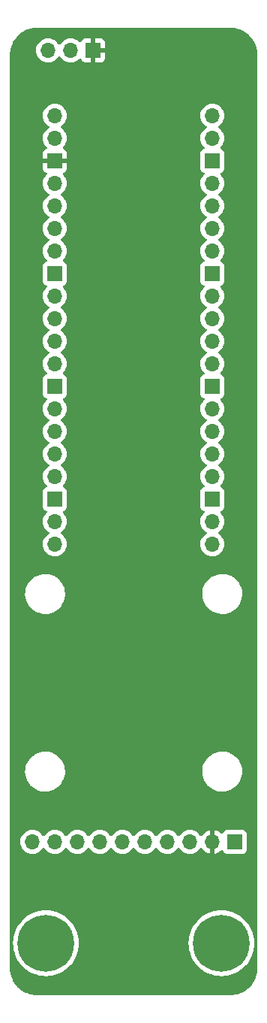
<source format=gbr>
%TF.GenerationSoftware,KiCad,Pcbnew,7.0.8*%
%TF.CreationDate,2024-06-20T15:13:37-04:00*%
%TF.ProjectId,P2,50322e6b-6963-4616-945f-706362585858,rev?*%
%TF.SameCoordinates,Original*%
%TF.FileFunction,Copper,L2,Bot*%
%TF.FilePolarity,Positive*%
%FSLAX46Y46*%
G04 Gerber Fmt 4.6, Leading zero omitted, Abs format (unit mm)*
G04 Created by KiCad (PCBNEW 7.0.8) date 2024-06-20 15:13:37*
%MOMM*%
%LPD*%
G01*
G04 APERTURE LIST*
%TA.AperFunction,ComponentPad*%
%ADD10C,0.800000*%
%TD*%
%TA.AperFunction,ComponentPad*%
%ADD11C,6.400000*%
%TD*%
%TA.AperFunction,ComponentPad*%
%ADD12R,1.700000X1.700000*%
%TD*%
%TA.AperFunction,ComponentPad*%
%ADD13O,1.700000X1.700000*%
%TD*%
%TA.AperFunction,ViaPad*%
%ADD14C,0.800000*%
%TD*%
G04 APERTURE END LIST*
D10*
%TO.P,H6,1*%
%TO.N,N/C*%
X159766000Y-132982000D03*
X161463056Y-137079056D03*
X161463056Y-133684944D03*
X162166000Y-135382000D03*
D11*
X159766000Y-135382000D03*
D10*
X159766000Y-137782000D03*
X158068944Y-133684944D03*
X158068944Y-137079056D03*
X157366000Y-135382000D03*
%TD*%
%TO.P,H5,1*%
%TO.N,N/C*%
X139954000Y-132982000D03*
X141651056Y-137079056D03*
X141651056Y-133684944D03*
X142354000Y-135382000D03*
D11*
X139954000Y-135382000D03*
D10*
X139954000Y-137782000D03*
X138256944Y-133684944D03*
X138256944Y-137079056D03*
X137554000Y-135382000D03*
%TD*%
D12*
%TO.P,MPU-9250-Breakout1,1,VCC*%
%TO.N,+3V3*%
X161290000Y-123952000D03*
D13*
%TO.P,MPU-9250-Breakout1,2,GND*%
%TO.N,GND*%
X158750000Y-123952000D03*
%TO.P,MPU-9250-Breakout1,3,SCL*%
%TO.N,/SCK*%
X156210000Y-123952000D03*
%TO.P,MPU-9250-Breakout1,4,SDA*%
%TO.N,/MOSI*%
X153670000Y-123952000D03*
%TO.P,MPU-9250-Breakout1,5,EDA*%
%TO.N,unconnected-(MPU-9250-Breakout1-EDA-Pad5)*%
X151130000Y-123952000D03*
%TO.P,MPU-9250-Breakout1,6,ECL*%
%TO.N,unconnected-(MPU-9250-Breakout1-ECL-Pad6)*%
X148590000Y-123952000D03*
%TO.P,MPU-9250-Breakout1,7,ADO*%
%TO.N,/MISO*%
X146050000Y-123952000D03*
%TO.P,MPU-9250-Breakout1,8,INT*%
%TO.N,unconnected-(MPU-9250-Breakout1-INT-Pad8)*%
X143510000Y-123952000D03*
%TO.P,MPU-9250-Breakout1,9,NCS*%
%TO.N,/CS*%
X140970000Y-123952000D03*
%TO.P,MPU-9250-Breakout1,10,FSYNC*%
%TO.N,unconnected-(MPU-9250-Breakout1-FSYNC-Pad10)*%
X138430000Y-123952000D03*
%TD*%
%TO.P,U1,1,GPIO0*%
%TO.N,Net-(J1-Pin_3)*%
X140970000Y-42164000D03*
%TO.P,U1,2,GPIO1*%
%TO.N,Net-(J1-Pin_2)*%
X140970000Y-44704000D03*
D12*
%TO.P,U1,3,GND*%
%TO.N,GND*%
X140970000Y-47244000D03*
D13*
%TO.P,U1,4,GPIO2*%
%TO.N,unconnected-(U1-GPIO2-Pad4)*%
X140970000Y-49784000D03*
%TO.P,U1,5,GPIO3*%
%TO.N,unconnected-(U1-GPIO3-Pad5)*%
X140970000Y-52324000D03*
%TO.P,U1,6,GPIO4*%
%TO.N,/MISO*%
X140970000Y-54864000D03*
%TO.P,U1,7,GPIO5*%
%TO.N,/CS*%
X140970000Y-57404000D03*
D12*
%TO.P,U1,8,GND*%
%TO.N,unconnected-(U1-GND-Pad8)*%
X140970000Y-59944000D03*
D13*
%TO.P,U1,9,GPIO6*%
%TO.N,/SCK*%
X140970000Y-62484000D03*
%TO.P,U1,10,GPIO7*%
%TO.N,/MOSI*%
X140970000Y-65024000D03*
%TO.P,U1,11,GPIO8*%
%TO.N,/TX*%
X140970000Y-67564000D03*
%TO.P,U1,12,GPIO9*%
%TO.N,/RX*%
X140970000Y-70104000D03*
D12*
%TO.P,U1,13,GND*%
%TO.N,unconnected-(U1-GND-Pad13)*%
X140970000Y-72644000D03*
D13*
%TO.P,U1,14,GPIO10*%
%TO.N,unconnected-(U1-GPIO10-Pad14)*%
X140970000Y-75184000D03*
%TO.P,U1,15,GPIO11*%
%TO.N,unconnected-(U1-GPIO11-Pad15)*%
X140970000Y-77724000D03*
%TO.P,U1,16,GPIO12*%
%TO.N,unconnected-(U1-GPIO12-Pad16)*%
X140970000Y-80264000D03*
%TO.P,U1,17,GPIO13*%
%TO.N,unconnected-(U1-GPIO13-Pad17)*%
X140970000Y-82804000D03*
D12*
%TO.P,U1,18,GND*%
%TO.N,unconnected-(U1-GND-Pad18)*%
X140970000Y-85344000D03*
D13*
%TO.P,U1,19,GPIO14*%
%TO.N,unconnected-(U1-GPIO14-Pad19)*%
X140970000Y-87884000D03*
%TO.P,U1,20,GPIO15*%
%TO.N,unconnected-(U1-GPIO15-Pad20)*%
X140970000Y-90424000D03*
%TO.P,U1,21,GPIO16*%
%TO.N,unconnected-(U1-GPIO16-Pad21)*%
X158750000Y-90424000D03*
%TO.P,U1,22,GPIO17*%
%TO.N,unconnected-(U1-GPIO17-Pad22)*%
X158750000Y-87884000D03*
D12*
%TO.P,U1,23,GND*%
%TO.N,unconnected-(U1-GND-Pad23)*%
X158750000Y-85344000D03*
D13*
%TO.P,U1,24,GPIO18*%
%TO.N,/PWM_A*%
X158750000Y-82804000D03*
%TO.P,U1,25,GPIO19*%
%TO.N,/PWM_B*%
X158750000Y-80264000D03*
%TO.P,U1,26,GPIO20*%
%TO.N,/PWM_C*%
X158750000Y-77724000D03*
%TO.P,U1,27,GPIO21*%
%TO.N,/PWM_D*%
X158750000Y-75184000D03*
D12*
%TO.P,U1,28,GND*%
%TO.N,unconnected-(U1-GND-Pad28)*%
X158750000Y-72644000D03*
D13*
%TO.P,U1,29,GPIO22*%
%TO.N,/TE*%
X158750000Y-70104000D03*
%TO.P,U1,30,RUN*%
%TO.N,unconnected-(U1-RUN-Pad30)*%
X158750000Y-67564000D03*
%TO.P,U1,31,GPIO26_ADC0*%
%TO.N,unconnected-(U1-GPIO26_ADC0-Pad31)*%
X158750000Y-65024000D03*
%TO.P,U1,32,GPIO27_ADC1*%
%TO.N,unconnected-(U1-GPIO27_ADC1-Pad32)*%
X158750000Y-62484000D03*
D12*
%TO.P,U1,33,AGND*%
%TO.N,unconnected-(U1-AGND-Pad33)*%
X158750000Y-59944000D03*
D13*
%TO.P,U1,34,GPIO28_ADC2*%
%TO.N,unconnected-(U1-GPIO28_ADC2-Pad34)*%
X158750000Y-57404000D03*
%TO.P,U1,35,ADC_VREF*%
%TO.N,unconnected-(U1-ADC_VREF-Pad35)*%
X158750000Y-54864000D03*
%TO.P,U1,36,3V3*%
%TO.N,unconnected-(U1-3V3-Pad36)*%
X158750000Y-52324000D03*
%TO.P,U1,37,3V3_EN*%
%TO.N,unconnected-(U1-3V3_EN-Pad37)*%
X158750000Y-49784000D03*
D12*
%TO.P,U1,38,GND*%
%TO.N,unconnected-(U1-GND-Pad38)*%
X158750000Y-47244000D03*
D13*
%TO.P,U1,39,VSYS*%
%TO.N,+3V3*%
X158750000Y-44704000D03*
%TO.P,U1,40,VBUS*%
%TO.N,unconnected-(U1-VBUS-Pad40)*%
X158750000Y-42164000D03*
%TD*%
D12*
%TO.P,UART0,1,Pin_1*%
%TO.N,GND*%
X145288000Y-34798000D03*
D13*
%TO.P,UART0,2,Pin_2*%
%TO.N,Net-(J1-Pin_2)*%
X142748000Y-34798000D03*
%TO.P,UART0,3,Pin_3*%
%TO.N,Net-(J1-Pin_3)*%
X140208000Y-34798000D03*
%TD*%
D14*
%TO.N,GND*%
X145288000Y-37338000D03*
X157734000Y-36830000D03*
X152908000Y-118110000D03*
X150622000Y-110490000D03*
X142748000Y-47244000D03*
X158750000Y-125984000D03*
%TD*%
%TA.AperFunction,Conductor*%
%TO.N,GND*%
G36*
X160783620Y-32258584D02*
G01*
X160915458Y-32265494D01*
X161104228Y-32276095D01*
X161110412Y-32276757D01*
X161199709Y-32290900D01*
X161264521Y-32301166D01*
X161412158Y-32326249D01*
X161430513Y-32329368D01*
X161436168Y-32330603D01*
X161591035Y-32372099D01*
X161680623Y-32397910D01*
X161749084Y-32417634D01*
X161754139Y-32419328D01*
X161905608Y-32477471D01*
X162056233Y-32539863D01*
X162060604Y-32541879D01*
X162206154Y-32616041D01*
X162348272Y-32694587D01*
X162352015Y-32696833D01*
X162489610Y-32786188D01*
X162621869Y-32880031D01*
X162624986Y-32882395D01*
X162751681Y-32984990D01*
X162753934Y-32986908D01*
X162873808Y-33094034D01*
X162876312Y-33096402D01*
X162991596Y-33211686D01*
X162993967Y-33214193D01*
X163101085Y-33334058D01*
X163103015Y-33336325D01*
X163205542Y-33462936D01*
X163205591Y-33462996D01*
X163207973Y-33466137D01*
X163301814Y-33598392D01*
X163391156Y-33735968D01*
X163393414Y-33739731D01*
X163447433Y-33837470D01*
X163471963Y-33881854D01*
X163546115Y-34027386D01*
X163548154Y-34031809D01*
X163610538Y-34182418D01*
X163668669Y-34333858D01*
X163670364Y-34338914D01*
X163715907Y-34496990D01*
X163757393Y-34651822D01*
X163758630Y-34657486D01*
X163786833Y-34823478D01*
X163811238Y-34977558D01*
X163811904Y-34983785D01*
X163822509Y-35172625D01*
X163829415Y-35304377D01*
X163829500Y-35307623D01*
X163829500Y-138174376D01*
X163829415Y-138177622D01*
X163822509Y-138309374D01*
X163811904Y-138498213D01*
X163811238Y-138504440D01*
X163786833Y-138658521D01*
X163758630Y-138824512D01*
X163757393Y-138830176D01*
X163715907Y-138985009D01*
X163670364Y-139143084D01*
X163668669Y-139148140D01*
X163610538Y-139299581D01*
X163548154Y-139450189D01*
X163546115Y-139454612D01*
X163471963Y-139600145D01*
X163393416Y-139742264D01*
X163391149Y-139746042D01*
X163301817Y-139883602D01*
X163207973Y-140015861D01*
X163205591Y-140019002D01*
X163103024Y-140145662D01*
X163101070Y-140147958D01*
X162993986Y-140267785D01*
X162991596Y-140270312D01*
X162876312Y-140385596D01*
X162873785Y-140387986D01*
X162753958Y-140495070D01*
X162751662Y-140497024D01*
X162625002Y-140599591D01*
X162621861Y-140601973D01*
X162489602Y-140695817D01*
X162352042Y-140785149D01*
X162348264Y-140787416D01*
X162206145Y-140865963D01*
X162060612Y-140940115D01*
X162056189Y-140942154D01*
X161905581Y-141004538D01*
X161754140Y-141062669D01*
X161749084Y-141064364D01*
X161591009Y-141109907D01*
X161436176Y-141151393D01*
X161430512Y-141152630D01*
X161264521Y-141180833D01*
X161110440Y-141205238D01*
X161104213Y-141205904D01*
X160915374Y-141216509D01*
X160783622Y-141223415D01*
X160780376Y-141223500D01*
X138939624Y-141223500D01*
X138936379Y-141223415D01*
X138804625Y-141216509D01*
X138615785Y-141205904D01*
X138609558Y-141205238D01*
X138455478Y-141180833D01*
X138289486Y-141152630D01*
X138283822Y-141151393D01*
X138128990Y-141109907D01*
X137970914Y-141064364D01*
X137965858Y-141062669D01*
X137814418Y-141004538D01*
X137663809Y-140942154D01*
X137659386Y-140940115D01*
X137513854Y-140865963D01*
X137371734Y-140787416D01*
X137367968Y-140785156D01*
X137230392Y-140695814D01*
X137098137Y-140601973D01*
X137095004Y-140599597D01*
X136968325Y-140497015D01*
X136966058Y-140495085D01*
X136846193Y-140387967D01*
X136843686Y-140385596D01*
X136728402Y-140270312D01*
X136726034Y-140267808D01*
X136618908Y-140147934D01*
X136616990Y-140145681D01*
X136514395Y-140018986D01*
X136512025Y-140015861D01*
X136418188Y-139883610D01*
X136328833Y-139746015D01*
X136326582Y-139742263D01*
X136248036Y-139600145D01*
X136173883Y-139454612D01*
X136171863Y-139450233D01*
X136109461Y-139299581D01*
X136051328Y-139148139D01*
X136049634Y-139143084D01*
X136027794Y-139067277D01*
X136004099Y-138985035D01*
X135962603Y-138830168D01*
X135961368Y-138824511D01*
X135933166Y-138658521D01*
X135922490Y-138591122D01*
X135908757Y-138504412D01*
X135908095Y-138498228D01*
X135897489Y-138309361D01*
X135890585Y-138177622D01*
X135890500Y-138174376D01*
X135890500Y-135382000D01*
X136248422Y-135382000D01*
X136268722Y-135769339D01*
X136329397Y-136152427D01*
X136329397Y-136152429D01*
X136429788Y-136527094D01*
X136568787Y-136889197D01*
X136744877Y-137234793D01*
X136956122Y-137560082D01*
X136956124Y-137560084D01*
X137200219Y-137861516D01*
X137474484Y-138135781D01*
X137526153Y-138177622D01*
X137775917Y-138379877D01*
X138101206Y-138591122D01*
X138101211Y-138591125D01*
X138446806Y-138767214D01*
X138808913Y-138906214D01*
X139183567Y-139006602D01*
X139566662Y-139067278D01*
X139932576Y-139086455D01*
X139953999Y-139087578D01*
X139954000Y-139087578D01*
X139954001Y-139087578D01*
X139974301Y-139086514D01*
X140341338Y-139067278D01*
X140724433Y-139006602D01*
X141099087Y-138906214D01*
X141461194Y-138767214D01*
X141806789Y-138591125D01*
X142132084Y-138379876D01*
X142433516Y-138135781D01*
X142707781Y-137861516D01*
X142951876Y-137560084D01*
X143163125Y-137234789D01*
X143339214Y-136889194D01*
X143478214Y-136527087D01*
X143578602Y-136152433D01*
X143639278Y-135769338D01*
X143659578Y-135382000D01*
X156060422Y-135382000D01*
X156080722Y-135769339D01*
X156141397Y-136152427D01*
X156141397Y-136152429D01*
X156241788Y-136527094D01*
X156380787Y-136889197D01*
X156556877Y-137234793D01*
X156768122Y-137560082D01*
X156768124Y-137560084D01*
X157012219Y-137861516D01*
X157286484Y-138135781D01*
X157338153Y-138177622D01*
X157587917Y-138379877D01*
X157913206Y-138591122D01*
X157913211Y-138591125D01*
X158258806Y-138767214D01*
X158620913Y-138906214D01*
X158995567Y-139006602D01*
X159378662Y-139067278D01*
X159744576Y-139086455D01*
X159765999Y-139087578D01*
X159766000Y-139087578D01*
X159766001Y-139087578D01*
X159786301Y-139086514D01*
X160153338Y-139067278D01*
X160536433Y-139006602D01*
X160911087Y-138906214D01*
X161273194Y-138767214D01*
X161618789Y-138591125D01*
X161944084Y-138379876D01*
X162245516Y-138135781D01*
X162519781Y-137861516D01*
X162763876Y-137560084D01*
X162975125Y-137234789D01*
X163151214Y-136889194D01*
X163290214Y-136527087D01*
X163390602Y-136152433D01*
X163451278Y-135769338D01*
X163471578Y-135382000D01*
X163451278Y-134994662D01*
X163390602Y-134611567D01*
X163290214Y-134236913D01*
X163151214Y-133874806D01*
X162975125Y-133529211D01*
X162763876Y-133203916D01*
X162519781Y-132902484D01*
X162245516Y-132628219D01*
X161944084Y-132384124D01*
X161944082Y-132384122D01*
X161618793Y-132172877D01*
X161273197Y-131996787D01*
X160911094Y-131857788D01*
X160911087Y-131857786D01*
X160536433Y-131757398D01*
X160536429Y-131757397D01*
X160536428Y-131757397D01*
X160153339Y-131696722D01*
X159766001Y-131676422D01*
X159765999Y-131676422D01*
X159378660Y-131696722D01*
X158995572Y-131757397D01*
X158995570Y-131757397D01*
X158620905Y-131857788D01*
X158258802Y-131996787D01*
X157913206Y-132172877D01*
X157587917Y-132384122D01*
X157286488Y-132628215D01*
X157286480Y-132628222D01*
X157012222Y-132902480D01*
X157012215Y-132902488D01*
X156768122Y-133203917D01*
X156556877Y-133529206D01*
X156380787Y-133874802D01*
X156241788Y-134236905D01*
X156141397Y-134611570D01*
X156141397Y-134611572D01*
X156080722Y-134994660D01*
X156060422Y-135381999D01*
X156060422Y-135382000D01*
X143659578Y-135382000D01*
X143639278Y-134994662D01*
X143578602Y-134611567D01*
X143478214Y-134236913D01*
X143339214Y-133874806D01*
X143163125Y-133529211D01*
X142951876Y-133203916D01*
X142707781Y-132902484D01*
X142433516Y-132628219D01*
X142132084Y-132384124D01*
X142132082Y-132384122D01*
X141806793Y-132172877D01*
X141461197Y-131996787D01*
X141099094Y-131857788D01*
X141099087Y-131857786D01*
X140724433Y-131757398D01*
X140724429Y-131757397D01*
X140724428Y-131757397D01*
X140341339Y-131696722D01*
X139954001Y-131676422D01*
X139953999Y-131676422D01*
X139566660Y-131696722D01*
X139183572Y-131757397D01*
X139183570Y-131757397D01*
X138808905Y-131857788D01*
X138446802Y-131996787D01*
X138101206Y-132172877D01*
X137775917Y-132384122D01*
X137474488Y-132628215D01*
X137474480Y-132628222D01*
X137200222Y-132902480D01*
X137200215Y-132902488D01*
X136956122Y-133203917D01*
X136744877Y-133529206D01*
X136568787Y-133874802D01*
X136429788Y-134236905D01*
X136329397Y-134611570D01*
X136329397Y-134611572D01*
X136268722Y-134994660D01*
X136248422Y-135381999D01*
X136248422Y-135382000D01*
X135890500Y-135382000D01*
X135890500Y-123952000D01*
X137074341Y-123952000D01*
X137094936Y-124187403D01*
X137094938Y-124187413D01*
X137156094Y-124415655D01*
X137156096Y-124415659D01*
X137156097Y-124415663D01*
X137236004Y-124587023D01*
X137255965Y-124629830D01*
X137255967Y-124629834D01*
X137364281Y-124784521D01*
X137391505Y-124823401D01*
X137558599Y-124990495D01*
X137655384Y-125058265D01*
X137752165Y-125126032D01*
X137752167Y-125126033D01*
X137752170Y-125126035D01*
X137966337Y-125225903D01*
X138194592Y-125287063D01*
X138371034Y-125302500D01*
X138429999Y-125307659D01*
X138430000Y-125307659D01*
X138430001Y-125307659D01*
X138488966Y-125302500D01*
X138665408Y-125287063D01*
X138893663Y-125225903D01*
X139107830Y-125126035D01*
X139301401Y-124990495D01*
X139468495Y-124823401D01*
X139598425Y-124637842D01*
X139653002Y-124594217D01*
X139722500Y-124587023D01*
X139784855Y-124618546D01*
X139801575Y-124637842D01*
X139931500Y-124823395D01*
X139931505Y-124823401D01*
X140098599Y-124990495D01*
X140195384Y-125058265D01*
X140292165Y-125126032D01*
X140292167Y-125126033D01*
X140292170Y-125126035D01*
X140506337Y-125225903D01*
X140734592Y-125287063D01*
X140911034Y-125302500D01*
X140969999Y-125307659D01*
X140970000Y-125307659D01*
X140970001Y-125307659D01*
X141028966Y-125302500D01*
X141205408Y-125287063D01*
X141433663Y-125225903D01*
X141647830Y-125126035D01*
X141841401Y-124990495D01*
X142008495Y-124823401D01*
X142138425Y-124637842D01*
X142193002Y-124594217D01*
X142262500Y-124587023D01*
X142324855Y-124618546D01*
X142341575Y-124637842D01*
X142471500Y-124823395D01*
X142471505Y-124823401D01*
X142638599Y-124990495D01*
X142735384Y-125058265D01*
X142832165Y-125126032D01*
X142832167Y-125126033D01*
X142832170Y-125126035D01*
X143046337Y-125225903D01*
X143274592Y-125287063D01*
X143451034Y-125302500D01*
X143509999Y-125307659D01*
X143510000Y-125307659D01*
X143510001Y-125307659D01*
X143568966Y-125302500D01*
X143745408Y-125287063D01*
X143973663Y-125225903D01*
X144187830Y-125126035D01*
X144381401Y-124990495D01*
X144548495Y-124823401D01*
X144678425Y-124637842D01*
X144733002Y-124594217D01*
X144802500Y-124587023D01*
X144864855Y-124618546D01*
X144881575Y-124637842D01*
X145011500Y-124823395D01*
X145011505Y-124823401D01*
X145178599Y-124990495D01*
X145275384Y-125058265D01*
X145372165Y-125126032D01*
X145372167Y-125126033D01*
X145372170Y-125126035D01*
X145586337Y-125225903D01*
X145814592Y-125287063D01*
X145991034Y-125302500D01*
X146049999Y-125307659D01*
X146050000Y-125307659D01*
X146050001Y-125307659D01*
X146108966Y-125302500D01*
X146285408Y-125287063D01*
X146513663Y-125225903D01*
X146727830Y-125126035D01*
X146921401Y-124990495D01*
X147088495Y-124823401D01*
X147218425Y-124637842D01*
X147273002Y-124594217D01*
X147342500Y-124587023D01*
X147404855Y-124618546D01*
X147421575Y-124637842D01*
X147551500Y-124823395D01*
X147551505Y-124823401D01*
X147718599Y-124990495D01*
X147815384Y-125058265D01*
X147912165Y-125126032D01*
X147912167Y-125126033D01*
X147912170Y-125126035D01*
X148126337Y-125225903D01*
X148354592Y-125287063D01*
X148531034Y-125302500D01*
X148589999Y-125307659D01*
X148590000Y-125307659D01*
X148590001Y-125307659D01*
X148648966Y-125302500D01*
X148825408Y-125287063D01*
X149053663Y-125225903D01*
X149267830Y-125126035D01*
X149461401Y-124990495D01*
X149628495Y-124823401D01*
X149758425Y-124637842D01*
X149813002Y-124594217D01*
X149882500Y-124587023D01*
X149944855Y-124618546D01*
X149961575Y-124637842D01*
X150091500Y-124823395D01*
X150091505Y-124823401D01*
X150258599Y-124990495D01*
X150355384Y-125058265D01*
X150452165Y-125126032D01*
X150452167Y-125126033D01*
X150452170Y-125126035D01*
X150666337Y-125225903D01*
X150894592Y-125287063D01*
X151071034Y-125302500D01*
X151129999Y-125307659D01*
X151130000Y-125307659D01*
X151130001Y-125307659D01*
X151188966Y-125302500D01*
X151365408Y-125287063D01*
X151593663Y-125225903D01*
X151807830Y-125126035D01*
X152001401Y-124990495D01*
X152168495Y-124823401D01*
X152298425Y-124637842D01*
X152353002Y-124594217D01*
X152422500Y-124587023D01*
X152484855Y-124618546D01*
X152501575Y-124637842D01*
X152631500Y-124823395D01*
X152631505Y-124823401D01*
X152798599Y-124990495D01*
X152895384Y-125058265D01*
X152992165Y-125126032D01*
X152992167Y-125126033D01*
X152992170Y-125126035D01*
X153206337Y-125225903D01*
X153434592Y-125287063D01*
X153611034Y-125302500D01*
X153669999Y-125307659D01*
X153670000Y-125307659D01*
X153670001Y-125307659D01*
X153728966Y-125302500D01*
X153905408Y-125287063D01*
X154133663Y-125225903D01*
X154347830Y-125126035D01*
X154541401Y-124990495D01*
X154708495Y-124823401D01*
X154838425Y-124637842D01*
X154893002Y-124594217D01*
X154962500Y-124587023D01*
X155024855Y-124618546D01*
X155041575Y-124637842D01*
X155171500Y-124823395D01*
X155171505Y-124823401D01*
X155338599Y-124990495D01*
X155435384Y-125058265D01*
X155532165Y-125126032D01*
X155532167Y-125126033D01*
X155532170Y-125126035D01*
X155746337Y-125225903D01*
X155974592Y-125287063D01*
X156151034Y-125302500D01*
X156209999Y-125307659D01*
X156210000Y-125307659D01*
X156210001Y-125307659D01*
X156268966Y-125302500D01*
X156445408Y-125287063D01*
X156673663Y-125225903D01*
X156887830Y-125126035D01*
X157081401Y-124990495D01*
X157248495Y-124823401D01*
X157378730Y-124637405D01*
X157433307Y-124593781D01*
X157502805Y-124586587D01*
X157565160Y-124618110D01*
X157581879Y-124637405D01*
X157711890Y-124823078D01*
X157878917Y-124990105D01*
X158072421Y-125125600D01*
X158286507Y-125225429D01*
X158286516Y-125225433D01*
X158500000Y-125282634D01*
X158500000Y-124387501D01*
X158607685Y-124436680D01*
X158714237Y-124452000D01*
X158785763Y-124452000D01*
X158892315Y-124436680D01*
X159000000Y-124387501D01*
X159000000Y-125282633D01*
X159213483Y-125225433D01*
X159213492Y-125225429D01*
X159427578Y-125125600D01*
X159621078Y-124990108D01*
X159743133Y-124868053D01*
X159804456Y-124834568D01*
X159874148Y-124839552D01*
X159930082Y-124881423D01*
X159946997Y-124912401D01*
X159996202Y-125044328D01*
X159996206Y-125044335D01*
X160082452Y-125159544D01*
X160082455Y-125159547D01*
X160197664Y-125245793D01*
X160197671Y-125245797D01*
X160332517Y-125296091D01*
X160332516Y-125296091D01*
X160339444Y-125296835D01*
X160392127Y-125302500D01*
X162187872Y-125302499D01*
X162247483Y-125296091D01*
X162382331Y-125245796D01*
X162497546Y-125159546D01*
X162583796Y-125044331D01*
X162634091Y-124909483D01*
X162640500Y-124849873D01*
X162640499Y-123054128D01*
X162634091Y-122994517D01*
X162633002Y-122991598D01*
X162583797Y-122859671D01*
X162583793Y-122859664D01*
X162497547Y-122744455D01*
X162497544Y-122744452D01*
X162382335Y-122658206D01*
X162382328Y-122658202D01*
X162247482Y-122607908D01*
X162247483Y-122607908D01*
X162187883Y-122601501D01*
X162187881Y-122601500D01*
X162187873Y-122601500D01*
X162187864Y-122601500D01*
X160392129Y-122601500D01*
X160392123Y-122601501D01*
X160332516Y-122607908D01*
X160197671Y-122658202D01*
X160197664Y-122658206D01*
X160082455Y-122744452D01*
X160082452Y-122744455D01*
X159996206Y-122859664D01*
X159996202Y-122859671D01*
X159946997Y-122991598D01*
X159905126Y-123047532D01*
X159839661Y-123071949D01*
X159771388Y-123057097D01*
X159743134Y-123035946D01*
X159621082Y-122913894D01*
X159427578Y-122778399D01*
X159213492Y-122678570D01*
X159213486Y-122678567D01*
X159000000Y-122621364D01*
X159000000Y-123516498D01*
X158892315Y-123467320D01*
X158785763Y-123452000D01*
X158714237Y-123452000D01*
X158607685Y-123467320D01*
X158500000Y-123516498D01*
X158500000Y-122621364D01*
X158499999Y-122621364D01*
X158286513Y-122678567D01*
X158286507Y-122678570D01*
X158072422Y-122778399D01*
X158072420Y-122778400D01*
X157878926Y-122913886D01*
X157878920Y-122913891D01*
X157711891Y-123080920D01*
X157711890Y-123080922D01*
X157581880Y-123266595D01*
X157527303Y-123310219D01*
X157457804Y-123317412D01*
X157395450Y-123285890D01*
X157378730Y-123266594D01*
X157248494Y-123080597D01*
X157081402Y-122913506D01*
X157081395Y-122913501D01*
X156887834Y-122777967D01*
X156887830Y-122777965D01*
X156887828Y-122777964D01*
X156673663Y-122678097D01*
X156673659Y-122678096D01*
X156673655Y-122678094D01*
X156445413Y-122616938D01*
X156445403Y-122616936D01*
X156210001Y-122596341D01*
X156209999Y-122596341D01*
X155974596Y-122616936D01*
X155974586Y-122616938D01*
X155746344Y-122678094D01*
X155746335Y-122678098D01*
X155532171Y-122777964D01*
X155532169Y-122777965D01*
X155338597Y-122913505D01*
X155171505Y-123080597D01*
X155041575Y-123266158D01*
X154986998Y-123309783D01*
X154917500Y-123316977D01*
X154855145Y-123285454D01*
X154838425Y-123266158D01*
X154708494Y-123080597D01*
X154541402Y-122913506D01*
X154541395Y-122913501D01*
X154347834Y-122777967D01*
X154347830Y-122777965D01*
X154347828Y-122777964D01*
X154133663Y-122678097D01*
X154133659Y-122678096D01*
X154133655Y-122678094D01*
X153905413Y-122616938D01*
X153905403Y-122616936D01*
X153670001Y-122596341D01*
X153669999Y-122596341D01*
X153434596Y-122616936D01*
X153434586Y-122616938D01*
X153206344Y-122678094D01*
X153206335Y-122678098D01*
X152992171Y-122777964D01*
X152992169Y-122777965D01*
X152798597Y-122913505D01*
X152631505Y-123080597D01*
X152501575Y-123266158D01*
X152446998Y-123309783D01*
X152377500Y-123316977D01*
X152315145Y-123285454D01*
X152298425Y-123266158D01*
X152168494Y-123080597D01*
X152001402Y-122913506D01*
X152001395Y-122913501D01*
X151807834Y-122777967D01*
X151807830Y-122777965D01*
X151807828Y-122777964D01*
X151593663Y-122678097D01*
X151593659Y-122678096D01*
X151593655Y-122678094D01*
X151365413Y-122616938D01*
X151365403Y-122616936D01*
X151130001Y-122596341D01*
X151129999Y-122596341D01*
X150894596Y-122616936D01*
X150894586Y-122616938D01*
X150666344Y-122678094D01*
X150666335Y-122678098D01*
X150452171Y-122777964D01*
X150452169Y-122777965D01*
X150258597Y-122913505D01*
X150091505Y-123080597D01*
X149961575Y-123266158D01*
X149906998Y-123309783D01*
X149837500Y-123316977D01*
X149775145Y-123285454D01*
X149758425Y-123266158D01*
X149628494Y-123080597D01*
X149461402Y-122913506D01*
X149461395Y-122913501D01*
X149267834Y-122777967D01*
X149267830Y-122777965D01*
X149267828Y-122777964D01*
X149053663Y-122678097D01*
X149053659Y-122678096D01*
X149053655Y-122678094D01*
X148825413Y-122616938D01*
X148825403Y-122616936D01*
X148590001Y-122596341D01*
X148589999Y-122596341D01*
X148354596Y-122616936D01*
X148354586Y-122616938D01*
X148126344Y-122678094D01*
X148126335Y-122678098D01*
X147912171Y-122777964D01*
X147912169Y-122777965D01*
X147718597Y-122913505D01*
X147551505Y-123080597D01*
X147421575Y-123266158D01*
X147366998Y-123309783D01*
X147297500Y-123316977D01*
X147235145Y-123285454D01*
X147218425Y-123266158D01*
X147088494Y-123080597D01*
X146921402Y-122913506D01*
X146921395Y-122913501D01*
X146727834Y-122777967D01*
X146727830Y-122777965D01*
X146727828Y-122777964D01*
X146513663Y-122678097D01*
X146513659Y-122678096D01*
X146513655Y-122678094D01*
X146285413Y-122616938D01*
X146285403Y-122616936D01*
X146050001Y-122596341D01*
X146049999Y-122596341D01*
X145814596Y-122616936D01*
X145814586Y-122616938D01*
X145586344Y-122678094D01*
X145586335Y-122678098D01*
X145372171Y-122777964D01*
X145372169Y-122777965D01*
X145178597Y-122913505D01*
X145011505Y-123080597D01*
X144881575Y-123266158D01*
X144826998Y-123309783D01*
X144757500Y-123316977D01*
X144695145Y-123285454D01*
X144678425Y-123266158D01*
X144548494Y-123080597D01*
X144381402Y-122913506D01*
X144381395Y-122913501D01*
X144187834Y-122777967D01*
X144187830Y-122777965D01*
X144187828Y-122777964D01*
X143973663Y-122678097D01*
X143973659Y-122678096D01*
X143973655Y-122678094D01*
X143745413Y-122616938D01*
X143745403Y-122616936D01*
X143510001Y-122596341D01*
X143509999Y-122596341D01*
X143274596Y-122616936D01*
X143274586Y-122616938D01*
X143046344Y-122678094D01*
X143046335Y-122678098D01*
X142832171Y-122777964D01*
X142832169Y-122777965D01*
X142638597Y-122913505D01*
X142471505Y-123080597D01*
X142341575Y-123266158D01*
X142286998Y-123309783D01*
X142217500Y-123316977D01*
X142155145Y-123285454D01*
X142138425Y-123266158D01*
X142008494Y-123080597D01*
X141841402Y-122913506D01*
X141841395Y-122913501D01*
X141647834Y-122777967D01*
X141647830Y-122777965D01*
X141647828Y-122777964D01*
X141433663Y-122678097D01*
X141433659Y-122678096D01*
X141433655Y-122678094D01*
X141205413Y-122616938D01*
X141205403Y-122616936D01*
X140970001Y-122596341D01*
X140969999Y-122596341D01*
X140734596Y-122616936D01*
X140734586Y-122616938D01*
X140506344Y-122678094D01*
X140506335Y-122678098D01*
X140292171Y-122777964D01*
X140292169Y-122777965D01*
X140098597Y-122913505D01*
X139931505Y-123080597D01*
X139801575Y-123266158D01*
X139746998Y-123309783D01*
X139677500Y-123316977D01*
X139615145Y-123285454D01*
X139598425Y-123266158D01*
X139468494Y-123080597D01*
X139301402Y-122913506D01*
X139301395Y-122913501D01*
X139107834Y-122777967D01*
X139107830Y-122777965D01*
X139107828Y-122777964D01*
X138893663Y-122678097D01*
X138893659Y-122678096D01*
X138893655Y-122678094D01*
X138665413Y-122616938D01*
X138665403Y-122616936D01*
X138430001Y-122596341D01*
X138429999Y-122596341D01*
X138194596Y-122616936D01*
X138194586Y-122616938D01*
X137966344Y-122678094D01*
X137966335Y-122678098D01*
X137752171Y-122777964D01*
X137752169Y-122777965D01*
X137558597Y-122913505D01*
X137391505Y-123080597D01*
X137255965Y-123274169D01*
X137255964Y-123274171D01*
X137156098Y-123488335D01*
X137156094Y-123488344D01*
X137094938Y-123716586D01*
X137094936Y-123716596D01*
X137074341Y-123951999D01*
X137074341Y-123952000D01*
X135890500Y-123952000D01*
X135890500Y-116115373D01*
X137605723Y-116115373D01*
X137635881Y-116415160D01*
X137635882Y-116415162D01*
X137705728Y-116708252D01*
X137705733Y-116708266D01*
X137814020Y-116989427D01*
X137814024Y-116989436D01*
X137958825Y-117253665D01*
X137958829Y-117253671D01*
X138137551Y-117496234D01*
X138137554Y-117496238D01*
X138137561Y-117496245D01*
X138347019Y-117712823D01*
X138583478Y-117899553D01*
X138583480Y-117899554D01*
X138583485Y-117899558D01*
X138842730Y-118053109D01*
X139120128Y-118170736D01*
X139410729Y-118250340D01*
X139709347Y-118290500D01*
X139709351Y-118290500D01*
X139935252Y-118290500D01*
X140099164Y-118279526D01*
X140160634Y-118275412D01*
X140455903Y-118215396D01*
X140740537Y-118116560D01*
X141009459Y-117980668D01*
X141257869Y-117810144D01*
X141481333Y-117608032D01*
X141675865Y-117377939D01*
X141837993Y-117123970D01*
X141964823Y-116850658D01*
X142054093Y-116562879D01*
X142104209Y-116265770D01*
X142109237Y-116115373D01*
X157605723Y-116115373D01*
X157635881Y-116415160D01*
X157635882Y-116415162D01*
X157705728Y-116708252D01*
X157705733Y-116708266D01*
X157814020Y-116989427D01*
X157814024Y-116989436D01*
X157958825Y-117253665D01*
X157958829Y-117253671D01*
X158137551Y-117496234D01*
X158137554Y-117496238D01*
X158137561Y-117496245D01*
X158347019Y-117712823D01*
X158583478Y-117899553D01*
X158583480Y-117899554D01*
X158583485Y-117899558D01*
X158842730Y-118053109D01*
X159120128Y-118170736D01*
X159410729Y-118250340D01*
X159709347Y-118290500D01*
X159709351Y-118290500D01*
X159935252Y-118290500D01*
X160099164Y-118279526D01*
X160160634Y-118275412D01*
X160455903Y-118215396D01*
X160740537Y-118116560D01*
X161009459Y-117980668D01*
X161257869Y-117810144D01*
X161481333Y-117608032D01*
X161675865Y-117377939D01*
X161837993Y-117123970D01*
X161964823Y-116850658D01*
X162054093Y-116562879D01*
X162104209Y-116265770D01*
X162114277Y-115964631D01*
X162084118Y-115664838D01*
X162014269Y-115371739D01*
X161905977Y-115090566D01*
X161761175Y-114826335D01*
X161582446Y-114583762D01*
X161372980Y-114367176D01*
X161249742Y-114269856D01*
X161136521Y-114180446D01*
X161136517Y-114180443D01*
X161136515Y-114180442D01*
X160877270Y-114026891D01*
X160599872Y-113909264D01*
X160599863Y-113909261D01*
X160309272Y-113829660D01*
X160234616Y-113819620D01*
X160010653Y-113789500D01*
X159784756Y-113789500D01*
X159784748Y-113789500D01*
X159559368Y-113804587D01*
X159559359Y-113804589D01*
X159264094Y-113864604D01*
X158979464Y-113963439D01*
X158979459Y-113963441D01*
X158710546Y-114099328D01*
X158462125Y-114269860D01*
X158238665Y-114471969D01*
X158044132Y-114702064D01*
X157882006Y-114956030D01*
X157882005Y-114956032D01*
X157755181Y-115229333D01*
X157755177Y-115229342D01*
X157755176Y-115229346D01*
X157665907Y-115517118D01*
X157615791Y-115814230D01*
X157605723Y-116115373D01*
X142109237Y-116115373D01*
X142114277Y-115964631D01*
X142084118Y-115664838D01*
X142014269Y-115371739D01*
X141905977Y-115090566D01*
X141761175Y-114826335D01*
X141582446Y-114583762D01*
X141372980Y-114367176D01*
X141249742Y-114269856D01*
X141136521Y-114180446D01*
X141136517Y-114180443D01*
X141136515Y-114180442D01*
X140877270Y-114026891D01*
X140599872Y-113909264D01*
X140599863Y-113909261D01*
X140309272Y-113829660D01*
X140234616Y-113819620D01*
X140010653Y-113789500D01*
X139784756Y-113789500D01*
X139784748Y-113789500D01*
X139559368Y-113804587D01*
X139559359Y-113804589D01*
X139264094Y-113864604D01*
X138979464Y-113963439D01*
X138979459Y-113963441D01*
X138710546Y-114099328D01*
X138462125Y-114269860D01*
X138238665Y-114471969D01*
X138044132Y-114702064D01*
X137882006Y-114956030D01*
X137882005Y-114956032D01*
X137755181Y-115229333D01*
X137755177Y-115229342D01*
X137755176Y-115229346D01*
X137665907Y-115517118D01*
X137615791Y-115814230D01*
X137605723Y-116115373D01*
X135890500Y-116115373D01*
X135890500Y-96115373D01*
X137605723Y-96115373D01*
X137635881Y-96415160D01*
X137635882Y-96415162D01*
X137705728Y-96708252D01*
X137705733Y-96708266D01*
X137814020Y-96989427D01*
X137814024Y-96989436D01*
X137958825Y-97253665D01*
X137958829Y-97253671D01*
X138137551Y-97496234D01*
X138137554Y-97496238D01*
X138137561Y-97496245D01*
X138347019Y-97712823D01*
X138583478Y-97899553D01*
X138583480Y-97899554D01*
X138583485Y-97899558D01*
X138842730Y-98053109D01*
X139120128Y-98170736D01*
X139410729Y-98250340D01*
X139709347Y-98290500D01*
X139709351Y-98290500D01*
X139935252Y-98290500D01*
X140099164Y-98279526D01*
X140160634Y-98275412D01*
X140455903Y-98215396D01*
X140740537Y-98116560D01*
X141009459Y-97980668D01*
X141257869Y-97810144D01*
X141481333Y-97608032D01*
X141675865Y-97377939D01*
X141837993Y-97123970D01*
X141964823Y-96850658D01*
X142054093Y-96562879D01*
X142104209Y-96265770D01*
X142109237Y-96115373D01*
X157605723Y-96115373D01*
X157635881Y-96415160D01*
X157635882Y-96415162D01*
X157705728Y-96708252D01*
X157705733Y-96708266D01*
X157814020Y-96989427D01*
X157814024Y-96989436D01*
X157958825Y-97253665D01*
X157958829Y-97253671D01*
X158137551Y-97496234D01*
X158137554Y-97496238D01*
X158137561Y-97496245D01*
X158347019Y-97712823D01*
X158583478Y-97899553D01*
X158583480Y-97899554D01*
X158583485Y-97899558D01*
X158842730Y-98053109D01*
X159120128Y-98170736D01*
X159410729Y-98250340D01*
X159709347Y-98290500D01*
X159709351Y-98290500D01*
X159935252Y-98290500D01*
X160099164Y-98279526D01*
X160160634Y-98275412D01*
X160455903Y-98215396D01*
X160740537Y-98116560D01*
X161009459Y-97980668D01*
X161257869Y-97810144D01*
X161481333Y-97608032D01*
X161675865Y-97377939D01*
X161837993Y-97123970D01*
X161964823Y-96850658D01*
X162054093Y-96562879D01*
X162104209Y-96265770D01*
X162114277Y-95964631D01*
X162084118Y-95664838D01*
X162014269Y-95371739D01*
X161905977Y-95090566D01*
X161761175Y-94826335D01*
X161582446Y-94583762D01*
X161372980Y-94367176D01*
X161249742Y-94269856D01*
X161136521Y-94180446D01*
X161136517Y-94180443D01*
X161136515Y-94180442D01*
X160877270Y-94026891D01*
X160599872Y-93909264D01*
X160599863Y-93909261D01*
X160309272Y-93829660D01*
X160234616Y-93819620D01*
X160010653Y-93789500D01*
X159784756Y-93789500D01*
X159784748Y-93789500D01*
X159559368Y-93804587D01*
X159559359Y-93804589D01*
X159264094Y-93864604D01*
X158979464Y-93963439D01*
X158979459Y-93963441D01*
X158710546Y-94099328D01*
X158462125Y-94269860D01*
X158238665Y-94471969D01*
X158044132Y-94702064D01*
X157882006Y-94956030D01*
X157882005Y-94956032D01*
X157755181Y-95229333D01*
X157755177Y-95229342D01*
X157755176Y-95229346D01*
X157665907Y-95517118D01*
X157615791Y-95814230D01*
X157605723Y-96115373D01*
X142109237Y-96115373D01*
X142114277Y-95964631D01*
X142084118Y-95664838D01*
X142014269Y-95371739D01*
X141905977Y-95090566D01*
X141761175Y-94826335D01*
X141582446Y-94583762D01*
X141372980Y-94367176D01*
X141249742Y-94269856D01*
X141136521Y-94180446D01*
X141136517Y-94180443D01*
X141136515Y-94180442D01*
X140877270Y-94026891D01*
X140599872Y-93909264D01*
X140599863Y-93909261D01*
X140309272Y-93829660D01*
X140234616Y-93819620D01*
X140010653Y-93789500D01*
X139784756Y-93789500D01*
X139784748Y-93789500D01*
X139559368Y-93804587D01*
X139559359Y-93804589D01*
X139264094Y-93864604D01*
X138979464Y-93963439D01*
X138979459Y-93963441D01*
X138710546Y-94099328D01*
X138462125Y-94269860D01*
X138238665Y-94471969D01*
X138044132Y-94702064D01*
X137882006Y-94956030D01*
X137882005Y-94956032D01*
X137755181Y-95229333D01*
X137755177Y-95229342D01*
X137755176Y-95229346D01*
X137665907Y-95517118D01*
X137615791Y-95814230D01*
X137605723Y-96115373D01*
X135890500Y-96115373D01*
X135890500Y-90424000D01*
X139614341Y-90424000D01*
X139634936Y-90659403D01*
X139634938Y-90659413D01*
X139696094Y-90887655D01*
X139696096Y-90887659D01*
X139696097Y-90887663D01*
X139795965Y-91101830D01*
X139795967Y-91101834D01*
X139904281Y-91256521D01*
X139931505Y-91295401D01*
X140098599Y-91462495D01*
X140195384Y-91530265D01*
X140292165Y-91598032D01*
X140292167Y-91598033D01*
X140292170Y-91598035D01*
X140506337Y-91697903D01*
X140734592Y-91759063D01*
X140922918Y-91775539D01*
X140969999Y-91779659D01*
X140970000Y-91779659D01*
X140970001Y-91779659D01*
X141009234Y-91776226D01*
X141205408Y-91759063D01*
X141433663Y-91697903D01*
X141647830Y-91598035D01*
X141841401Y-91462495D01*
X142008495Y-91295401D01*
X142144035Y-91101830D01*
X142243903Y-90887663D01*
X142305063Y-90659408D01*
X142325659Y-90424000D01*
X157394341Y-90424000D01*
X157414936Y-90659403D01*
X157414938Y-90659413D01*
X157476094Y-90887655D01*
X157476096Y-90887659D01*
X157476097Y-90887663D01*
X157575965Y-91101830D01*
X157575967Y-91101834D01*
X157684281Y-91256521D01*
X157711505Y-91295401D01*
X157878599Y-91462495D01*
X157975384Y-91530265D01*
X158072165Y-91598032D01*
X158072167Y-91598033D01*
X158072170Y-91598035D01*
X158286337Y-91697903D01*
X158514592Y-91759063D01*
X158702918Y-91775539D01*
X158749999Y-91779659D01*
X158750000Y-91779659D01*
X158750001Y-91779659D01*
X158789234Y-91776226D01*
X158985408Y-91759063D01*
X159213663Y-91697903D01*
X159427830Y-91598035D01*
X159621401Y-91462495D01*
X159788495Y-91295401D01*
X159924035Y-91101830D01*
X160023903Y-90887663D01*
X160085063Y-90659408D01*
X160105659Y-90424000D01*
X160085063Y-90188592D01*
X160023903Y-89960337D01*
X159924035Y-89746171D01*
X159788495Y-89552599D01*
X159788494Y-89552597D01*
X159621402Y-89385506D01*
X159621396Y-89385501D01*
X159435842Y-89255575D01*
X159392217Y-89200998D01*
X159385023Y-89131500D01*
X159416546Y-89069145D01*
X159435842Y-89052425D01*
X159458026Y-89036891D01*
X159621401Y-88922495D01*
X159788495Y-88755401D01*
X159924035Y-88561830D01*
X160023903Y-88347663D01*
X160085063Y-88119408D01*
X160105659Y-87884000D01*
X160085063Y-87648592D01*
X160023903Y-87420337D01*
X159924035Y-87206171D01*
X159788495Y-87012599D01*
X159666567Y-86890671D01*
X159633084Y-86829351D01*
X159638068Y-86759659D01*
X159679939Y-86703725D01*
X159710915Y-86686810D01*
X159842331Y-86637796D01*
X159957546Y-86551546D01*
X160043796Y-86436331D01*
X160094091Y-86301483D01*
X160100500Y-86241873D01*
X160100499Y-84446128D01*
X160094091Y-84386517D01*
X160043796Y-84251669D01*
X160043795Y-84251668D01*
X160043793Y-84251664D01*
X159957547Y-84136455D01*
X159957544Y-84136452D01*
X159842335Y-84050206D01*
X159842328Y-84050202D01*
X159710917Y-84001189D01*
X159654983Y-83959318D01*
X159630566Y-83893853D01*
X159645418Y-83825580D01*
X159666563Y-83797332D01*
X159788495Y-83675401D01*
X159924035Y-83481830D01*
X160023903Y-83267663D01*
X160085063Y-83039408D01*
X160105659Y-82804000D01*
X160085063Y-82568592D01*
X160023903Y-82340337D01*
X159924035Y-82126171D01*
X159788495Y-81932599D01*
X159788494Y-81932597D01*
X159621402Y-81765506D01*
X159621396Y-81765501D01*
X159435842Y-81635575D01*
X159392217Y-81580998D01*
X159385023Y-81511500D01*
X159416546Y-81449145D01*
X159435842Y-81432425D01*
X159458026Y-81416891D01*
X159621401Y-81302495D01*
X159788495Y-81135401D01*
X159924035Y-80941830D01*
X160023903Y-80727663D01*
X160085063Y-80499408D01*
X160105659Y-80264000D01*
X160085063Y-80028592D01*
X160023903Y-79800337D01*
X159924035Y-79586171D01*
X159788495Y-79392599D01*
X159788494Y-79392597D01*
X159621402Y-79225506D01*
X159621396Y-79225501D01*
X159435842Y-79095575D01*
X159392217Y-79040998D01*
X159385023Y-78971500D01*
X159416546Y-78909145D01*
X159435842Y-78892425D01*
X159458026Y-78876891D01*
X159621401Y-78762495D01*
X159788495Y-78595401D01*
X159924035Y-78401830D01*
X160023903Y-78187663D01*
X160085063Y-77959408D01*
X160105659Y-77724000D01*
X160085063Y-77488592D01*
X160023903Y-77260337D01*
X159924035Y-77046171D01*
X159788495Y-76852599D01*
X159788494Y-76852597D01*
X159621402Y-76685506D01*
X159621396Y-76685501D01*
X159435842Y-76555575D01*
X159392217Y-76500998D01*
X159385023Y-76431500D01*
X159416546Y-76369145D01*
X159435842Y-76352425D01*
X159458026Y-76336891D01*
X159621401Y-76222495D01*
X159788495Y-76055401D01*
X159924035Y-75861830D01*
X160023903Y-75647663D01*
X160085063Y-75419408D01*
X160105659Y-75184000D01*
X160085063Y-74948592D01*
X160023903Y-74720337D01*
X159924035Y-74506171D01*
X159788495Y-74312599D01*
X159666567Y-74190671D01*
X159633084Y-74129351D01*
X159638068Y-74059659D01*
X159679939Y-74003725D01*
X159710915Y-73986810D01*
X159842331Y-73937796D01*
X159957546Y-73851546D01*
X160043796Y-73736331D01*
X160094091Y-73601483D01*
X160100500Y-73541873D01*
X160100499Y-71746128D01*
X160094091Y-71686517D01*
X160043796Y-71551669D01*
X160043795Y-71551668D01*
X160043793Y-71551664D01*
X159957547Y-71436455D01*
X159957544Y-71436452D01*
X159842335Y-71350206D01*
X159842328Y-71350202D01*
X159710917Y-71301189D01*
X159654983Y-71259318D01*
X159630566Y-71193853D01*
X159645418Y-71125580D01*
X159666563Y-71097332D01*
X159788495Y-70975401D01*
X159924035Y-70781830D01*
X160023903Y-70567663D01*
X160085063Y-70339408D01*
X160105659Y-70104000D01*
X160085063Y-69868592D01*
X160023903Y-69640337D01*
X159924035Y-69426171D01*
X159788495Y-69232599D01*
X159788494Y-69232597D01*
X159621402Y-69065506D01*
X159621396Y-69065501D01*
X159435842Y-68935575D01*
X159392217Y-68880998D01*
X159385023Y-68811500D01*
X159416546Y-68749145D01*
X159435842Y-68732425D01*
X159458026Y-68716891D01*
X159621401Y-68602495D01*
X159788495Y-68435401D01*
X159924035Y-68241830D01*
X160023903Y-68027663D01*
X160085063Y-67799408D01*
X160105659Y-67564000D01*
X160085063Y-67328592D01*
X160023903Y-67100337D01*
X159924035Y-66886171D01*
X159788495Y-66692599D01*
X159788494Y-66692597D01*
X159621402Y-66525506D01*
X159621396Y-66525501D01*
X159435842Y-66395575D01*
X159392217Y-66340998D01*
X159385023Y-66271500D01*
X159416546Y-66209145D01*
X159435842Y-66192425D01*
X159458026Y-66176891D01*
X159621401Y-66062495D01*
X159788495Y-65895401D01*
X159924035Y-65701830D01*
X160023903Y-65487663D01*
X160085063Y-65259408D01*
X160105659Y-65024000D01*
X160085063Y-64788592D01*
X160023903Y-64560337D01*
X159924035Y-64346171D01*
X159788495Y-64152599D01*
X159788494Y-64152597D01*
X159621402Y-63985506D01*
X159621396Y-63985501D01*
X159435842Y-63855575D01*
X159392217Y-63800998D01*
X159385023Y-63731500D01*
X159416546Y-63669145D01*
X159435842Y-63652425D01*
X159458026Y-63636891D01*
X159621401Y-63522495D01*
X159788495Y-63355401D01*
X159924035Y-63161830D01*
X160023903Y-62947663D01*
X160085063Y-62719408D01*
X160105659Y-62484000D01*
X160085063Y-62248592D01*
X160023903Y-62020337D01*
X159924035Y-61806171D01*
X159788495Y-61612599D01*
X159666567Y-61490671D01*
X159633084Y-61429351D01*
X159638068Y-61359659D01*
X159679939Y-61303725D01*
X159710915Y-61286810D01*
X159842331Y-61237796D01*
X159957546Y-61151546D01*
X160043796Y-61036331D01*
X160094091Y-60901483D01*
X160100500Y-60841873D01*
X160100499Y-59046128D01*
X160094091Y-58986517D01*
X160043796Y-58851669D01*
X160043795Y-58851668D01*
X160043793Y-58851664D01*
X159957547Y-58736455D01*
X159957544Y-58736452D01*
X159842335Y-58650206D01*
X159842328Y-58650202D01*
X159710917Y-58601189D01*
X159654983Y-58559318D01*
X159630566Y-58493853D01*
X159645418Y-58425580D01*
X159666563Y-58397332D01*
X159788495Y-58275401D01*
X159924035Y-58081830D01*
X160023903Y-57867663D01*
X160085063Y-57639408D01*
X160105659Y-57404000D01*
X160085063Y-57168592D01*
X160023903Y-56940337D01*
X159924035Y-56726171D01*
X159788495Y-56532599D01*
X159788494Y-56532597D01*
X159621402Y-56365506D01*
X159621396Y-56365501D01*
X159435842Y-56235575D01*
X159392217Y-56180998D01*
X159385023Y-56111500D01*
X159416546Y-56049145D01*
X159435842Y-56032425D01*
X159458026Y-56016891D01*
X159621401Y-55902495D01*
X159788495Y-55735401D01*
X159924035Y-55541830D01*
X160023903Y-55327663D01*
X160085063Y-55099408D01*
X160105659Y-54864000D01*
X160085063Y-54628592D01*
X160023903Y-54400337D01*
X159924035Y-54186171D01*
X159788495Y-53992599D01*
X159788494Y-53992597D01*
X159621402Y-53825506D01*
X159621396Y-53825501D01*
X159435842Y-53695575D01*
X159392217Y-53640998D01*
X159385023Y-53571500D01*
X159416546Y-53509145D01*
X159435842Y-53492425D01*
X159458026Y-53476891D01*
X159621401Y-53362495D01*
X159788495Y-53195401D01*
X159924035Y-53001830D01*
X160023903Y-52787663D01*
X160085063Y-52559408D01*
X160105659Y-52324000D01*
X160085063Y-52088592D01*
X160023903Y-51860337D01*
X159924035Y-51646171D01*
X159788495Y-51452599D01*
X159788494Y-51452597D01*
X159621402Y-51285506D01*
X159621396Y-51285501D01*
X159435842Y-51155575D01*
X159392217Y-51100998D01*
X159385023Y-51031500D01*
X159416546Y-50969145D01*
X159435842Y-50952425D01*
X159458026Y-50936891D01*
X159621401Y-50822495D01*
X159788495Y-50655401D01*
X159924035Y-50461830D01*
X160023903Y-50247663D01*
X160085063Y-50019408D01*
X160105659Y-49784000D01*
X160085063Y-49548592D01*
X160023903Y-49320337D01*
X159924035Y-49106171D01*
X159788495Y-48912599D01*
X159666567Y-48790671D01*
X159633084Y-48729351D01*
X159638068Y-48659659D01*
X159679939Y-48603725D01*
X159710915Y-48586810D01*
X159842331Y-48537796D01*
X159957546Y-48451546D01*
X160043796Y-48336331D01*
X160094091Y-48201483D01*
X160100500Y-48141873D01*
X160100499Y-46346128D01*
X160094091Y-46286517D01*
X160043884Y-46151906D01*
X160043797Y-46151671D01*
X160043793Y-46151664D01*
X159957547Y-46036455D01*
X159957544Y-46036452D01*
X159842335Y-45950206D01*
X159842328Y-45950202D01*
X159710917Y-45901189D01*
X159654983Y-45859318D01*
X159630566Y-45793853D01*
X159645418Y-45725580D01*
X159666563Y-45697332D01*
X159788495Y-45575401D01*
X159924035Y-45381830D01*
X160023903Y-45167663D01*
X160085063Y-44939408D01*
X160105659Y-44704000D01*
X160085063Y-44468592D01*
X160023903Y-44240337D01*
X159924035Y-44026171D01*
X159788495Y-43832599D01*
X159788494Y-43832597D01*
X159621402Y-43665506D01*
X159621396Y-43665501D01*
X159435842Y-43535575D01*
X159392217Y-43480998D01*
X159385023Y-43411500D01*
X159416546Y-43349145D01*
X159435842Y-43332425D01*
X159458026Y-43316891D01*
X159621401Y-43202495D01*
X159788495Y-43035401D01*
X159924035Y-42841830D01*
X160023903Y-42627663D01*
X160085063Y-42399408D01*
X160105659Y-42164000D01*
X160085063Y-41928592D01*
X160023903Y-41700337D01*
X159924035Y-41486171D01*
X159788495Y-41292599D01*
X159788494Y-41292597D01*
X159621402Y-41125506D01*
X159621395Y-41125501D01*
X159427834Y-40989967D01*
X159427830Y-40989965D01*
X159427828Y-40989964D01*
X159213663Y-40890097D01*
X159213659Y-40890096D01*
X159213655Y-40890094D01*
X158985413Y-40828938D01*
X158985403Y-40828936D01*
X158750001Y-40808341D01*
X158749999Y-40808341D01*
X158514596Y-40828936D01*
X158514586Y-40828938D01*
X158286344Y-40890094D01*
X158286335Y-40890098D01*
X158072171Y-40989964D01*
X158072169Y-40989965D01*
X157878597Y-41125505D01*
X157711505Y-41292597D01*
X157575965Y-41486169D01*
X157575964Y-41486171D01*
X157476098Y-41700335D01*
X157476094Y-41700344D01*
X157414938Y-41928586D01*
X157414936Y-41928596D01*
X157394341Y-42163999D01*
X157394341Y-42164000D01*
X157414936Y-42399403D01*
X157414938Y-42399413D01*
X157476094Y-42627655D01*
X157476096Y-42627659D01*
X157476097Y-42627663D01*
X157575965Y-42841830D01*
X157575967Y-42841834D01*
X157711501Y-43035395D01*
X157711506Y-43035402D01*
X157878597Y-43202493D01*
X157878603Y-43202498D01*
X158064158Y-43332425D01*
X158107783Y-43387002D01*
X158114977Y-43456500D01*
X158083454Y-43518855D01*
X158064158Y-43535575D01*
X157878597Y-43665505D01*
X157711505Y-43832597D01*
X157575965Y-44026169D01*
X157575964Y-44026171D01*
X157476098Y-44240335D01*
X157476094Y-44240344D01*
X157414938Y-44468586D01*
X157414936Y-44468596D01*
X157394341Y-44703999D01*
X157394341Y-44704000D01*
X157414936Y-44939403D01*
X157414938Y-44939413D01*
X157476094Y-45167655D01*
X157476096Y-45167659D01*
X157476097Y-45167663D01*
X157575965Y-45381830D01*
X157575967Y-45381834D01*
X157684281Y-45536521D01*
X157711501Y-45575396D01*
X157711506Y-45575402D01*
X157833430Y-45697326D01*
X157866915Y-45758649D01*
X157861931Y-45828341D01*
X157820059Y-45884274D01*
X157789083Y-45901189D01*
X157657669Y-45950203D01*
X157657664Y-45950206D01*
X157542455Y-46036452D01*
X157542452Y-46036455D01*
X157456206Y-46151664D01*
X157456202Y-46151671D01*
X157405908Y-46286517D01*
X157399501Y-46346116D01*
X157399501Y-46346123D01*
X157399500Y-46346135D01*
X157399500Y-48141870D01*
X157399501Y-48141876D01*
X157405908Y-48201483D01*
X157456202Y-48336328D01*
X157456206Y-48336335D01*
X157542452Y-48451544D01*
X157542455Y-48451547D01*
X157657664Y-48537793D01*
X157657671Y-48537797D01*
X157789081Y-48586810D01*
X157845015Y-48628681D01*
X157869432Y-48694145D01*
X157854580Y-48762418D01*
X157833430Y-48790673D01*
X157711503Y-48912600D01*
X157575965Y-49106169D01*
X157575964Y-49106171D01*
X157476098Y-49320335D01*
X157476094Y-49320344D01*
X157414938Y-49548586D01*
X157414936Y-49548596D01*
X157394341Y-49783999D01*
X157394341Y-49784000D01*
X157414936Y-50019403D01*
X157414938Y-50019413D01*
X157476094Y-50247655D01*
X157476096Y-50247659D01*
X157476097Y-50247663D01*
X157575965Y-50461830D01*
X157575967Y-50461834D01*
X157711501Y-50655395D01*
X157711506Y-50655402D01*
X157878597Y-50822493D01*
X157878603Y-50822498D01*
X158064158Y-50952425D01*
X158107783Y-51007002D01*
X158114977Y-51076500D01*
X158083454Y-51138855D01*
X158064158Y-51155575D01*
X157878597Y-51285505D01*
X157711505Y-51452597D01*
X157575965Y-51646169D01*
X157575964Y-51646171D01*
X157476098Y-51860335D01*
X157476094Y-51860344D01*
X157414938Y-52088586D01*
X157414936Y-52088596D01*
X157394341Y-52323999D01*
X157394341Y-52324000D01*
X157414936Y-52559403D01*
X157414938Y-52559413D01*
X157476094Y-52787655D01*
X157476096Y-52787659D01*
X157476097Y-52787663D01*
X157575965Y-53001830D01*
X157575967Y-53001834D01*
X157711501Y-53195395D01*
X157711506Y-53195402D01*
X157878597Y-53362493D01*
X157878603Y-53362498D01*
X158064158Y-53492425D01*
X158107783Y-53547002D01*
X158114977Y-53616500D01*
X158083454Y-53678855D01*
X158064158Y-53695575D01*
X157878597Y-53825505D01*
X157711505Y-53992597D01*
X157575965Y-54186169D01*
X157575964Y-54186171D01*
X157476098Y-54400335D01*
X157476094Y-54400344D01*
X157414938Y-54628586D01*
X157414936Y-54628596D01*
X157394341Y-54863999D01*
X157394341Y-54864000D01*
X157414936Y-55099403D01*
X157414938Y-55099413D01*
X157476094Y-55327655D01*
X157476096Y-55327659D01*
X157476097Y-55327663D01*
X157575965Y-55541830D01*
X157575967Y-55541834D01*
X157711501Y-55735395D01*
X157711506Y-55735402D01*
X157878597Y-55902493D01*
X157878603Y-55902498D01*
X158064158Y-56032425D01*
X158107783Y-56087002D01*
X158114977Y-56156500D01*
X158083454Y-56218855D01*
X158064158Y-56235575D01*
X157878597Y-56365505D01*
X157711505Y-56532597D01*
X157575965Y-56726169D01*
X157575964Y-56726171D01*
X157476098Y-56940335D01*
X157476094Y-56940344D01*
X157414938Y-57168586D01*
X157414936Y-57168596D01*
X157394341Y-57403999D01*
X157394341Y-57404000D01*
X157414936Y-57639403D01*
X157414938Y-57639413D01*
X157476094Y-57867655D01*
X157476096Y-57867659D01*
X157476097Y-57867663D01*
X157575965Y-58081830D01*
X157575967Y-58081834D01*
X157684281Y-58236521D01*
X157711501Y-58275396D01*
X157711506Y-58275402D01*
X157833430Y-58397326D01*
X157866915Y-58458649D01*
X157861931Y-58528341D01*
X157820059Y-58584274D01*
X157789083Y-58601189D01*
X157657669Y-58650203D01*
X157657664Y-58650206D01*
X157542455Y-58736452D01*
X157542452Y-58736455D01*
X157456206Y-58851664D01*
X157456202Y-58851671D01*
X157405908Y-58986517D01*
X157399501Y-59046116D01*
X157399501Y-59046123D01*
X157399500Y-59046135D01*
X157399500Y-60841870D01*
X157399501Y-60841876D01*
X157405908Y-60901483D01*
X157456202Y-61036328D01*
X157456206Y-61036335D01*
X157542452Y-61151544D01*
X157542455Y-61151547D01*
X157657664Y-61237793D01*
X157657671Y-61237797D01*
X157789081Y-61286810D01*
X157845015Y-61328681D01*
X157869432Y-61394145D01*
X157854580Y-61462418D01*
X157833430Y-61490673D01*
X157711503Y-61612600D01*
X157575965Y-61806169D01*
X157575964Y-61806171D01*
X157476098Y-62020335D01*
X157476094Y-62020344D01*
X157414938Y-62248586D01*
X157414936Y-62248596D01*
X157394341Y-62483999D01*
X157394341Y-62484000D01*
X157414936Y-62719403D01*
X157414938Y-62719413D01*
X157476094Y-62947655D01*
X157476096Y-62947659D01*
X157476097Y-62947663D01*
X157575965Y-63161830D01*
X157575967Y-63161834D01*
X157711501Y-63355395D01*
X157711506Y-63355402D01*
X157878597Y-63522493D01*
X157878603Y-63522498D01*
X158064158Y-63652425D01*
X158107783Y-63707002D01*
X158114977Y-63776500D01*
X158083454Y-63838855D01*
X158064158Y-63855575D01*
X157878597Y-63985505D01*
X157711505Y-64152597D01*
X157575965Y-64346169D01*
X157575964Y-64346171D01*
X157476098Y-64560335D01*
X157476094Y-64560344D01*
X157414938Y-64788586D01*
X157414936Y-64788596D01*
X157394341Y-65023999D01*
X157394341Y-65024000D01*
X157414936Y-65259403D01*
X157414938Y-65259413D01*
X157476094Y-65487655D01*
X157476096Y-65487659D01*
X157476097Y-65487663D01*
X157575965Y-65701830D01*
X157575967Y-65701834D01*
X157711501Y-65895395D01*
X157711506Y-65895402D01*
X157878597Y-66062493D01*
X157878603Y-66062498D01*
X158064158Y-66192425D01*
X158107783Y-66247002D01*
X158114977Y-66316500D01*
X158083454Y-66378855D01*
X158064158Y-66395575D01*
X157878597Y-66525505D01*
X157711505Y-66692597D01*
X157575965Y-66886169D01*
X157575964Y-66886171D01*
X157476098Y-67100335D01*
X157476094Y-67100344D01*
X157414938Y-67328586D01*
X157414936Y-67328596D01*
X157394341Y-67563999D01*
X157394341Y-67564000D01*
X157414936Y-67799403D01*
X157414938Y-67799413D01*
X157476094Y-68027655D01*
X157476096Y-68027659D01*
X157476097Y-68027663D01*
X157575965Y-68241830D01*
X157575967Y-68241834D01*
X157711501Y-68435395D01*
X157711506Y-68435402D01*
X157878597Y-68602493D01*
X157878603Y-68602498D01*
X158064158Y-68732425D01*
X158107783Y-68787002D01*
X158114977Y-68856500D01*
X158083454Y-68918855D01*
X158064158Y-68935575D01*
X157878597Y-69065505D01*
X157711505Y-69232597D01*
X157575965Y-69426169D01*
X157575964Y-69426171D01*
X157476098Y-69640335D01*
X157476094Y-69640344D01*
X157414938Y-69868586D01*
X157414936Y-69868596D01*
X157394341Y-70103999D01*
X157394341Y-70104000D01*
X157414936Y-70339403D01*
X157414938Y-70339413D01*
X157476094Y-70567655D01*
X157476096Y-70567659D01*
X157476097Y-70567663D01*
X157575965Y-70781830D01*
X157575967Y-70781834D01*
X157684281Y-70936521D01*
X157711501Y-70975396D01*
X157711506Y-70975402D01*
X157833430Y-71097326D01*
X157866915Y-71158649D01*
X157861931Y-71228341D01*
X157820059Y-71284274D01*
X157789083Y-71301189D01*
X157657669Y-71350203D01*
X157657664Y-71350206D01*
X157542455Y-71436452D01*
X157542452Y-71436455D01*
X157456206Y-71551664D01*
X157456202Y-71551671D01*
X157405908Y-71686517D01*
X157399501Y-71746116D01*
X157399501Y-71746123D01*
X157399500Y-71746135D01*
X157399500Y-73541870D01*
X157399501Y-73541876D01*
X157405908Y-73601483D01*
X157456202Y-73736328D01*
X157456206Y-73736335D01*
X157542452Y-73851544D01*
X157542455Y-73851547D01*
X157657664Y-73937793D01*
X157657671Y-73937797D01*
X157789081Y-73986810D01*
X157845015Y-74028681D01*
X157869432Y-74094145D01*
X157854580Y-74162418D01*
X157833430Y-74190673D01*
X157711503Y-74312600D01*
X157575965Y-74506169D01*
X157575964Y-74506171D01*
X157476098Y-74720335D01*
X157476094Y-74720344D01*
X157414938Y-74948586D01*
X157414936Y-74948596D01*
X157394341Y-75183999D01*
X157394341Y-75184000D01*
X157414936Y-75419403D01*
X157414938Y-75419413D01*
X157476094Y-75647655D01*
X157476096Y-75647659D01*
X157476097Y-75647663D01*
X157575965Y-75861830D01*
X157575967Y-75861834D01*
X157711501Y-76055395D01*
X157711506Y-76055402D01*
X157878597Y-76222493D01*
X157878603Y-76222498D01*
X158064158Y-76352425D01*
X158107783Y-76407002D01*
X158114977Y-76476500D01*
X158083454Y-76538855D01*
X158064158Y-76555575D01*
X157878597Y-76685505D01*
X157711505Y-76852597D01*
X157575965Y-77046169D01*
X157575964Y-77046171D01*
X157476098Y-77260335D01*
X157476094Y-77260344D01*
X157414938Y-77488586D01*
X157414936Y-77488596D01*
X157394341Y-77723999D01*
X157394341Y-77724000D01*
X157414936Y-77959403D01*
X157414938Y-77959413D01*
X157476094Y-78187655D01*
X157476096Y-78187659D01*
X157476097Y-78187663D01*
X157575965Y-78401830D01*
X157575967Y-78401834D01*
X157711501Y-78595395D01*
X157711506Y-78595402D01*
X157878597Y-78762493D01*
X157878603Y-78762498D01*
X158064158Y-78892425D01*
X158107783Y-78947002D01*
X158114977Y-79016500D01*
X158083454Y-79078855D01*
X158064158Y-79095575D01*
X157878597Y-79225505D01*
X157711505Y-79392597D01*
X157575965Y-79586169D01*
X157575964Y-79586171D01*
X157476098Y-79800335D01*
X157476094Y-79800344D01*
X157414938Y-80028586D01*
X157414936Y-80028596D01*
X157394341Y-80263999D01*
X157394341Y-80264000D01*
X157414936Y-80499403D01*
X157414938Y-80499413D01*
X157476094Y-80727655D01*
X157476096Y-80727659D01*
X157476097Y-80727663D01*
X157575965Y-80941830D01*
X157575967Y-80941834D01*
X157711501Y-81135395D01*
X157711506Y-81135402D01*
X157878597Y-81302493D01*
X157878603Y-81302498D01*
X158064158Y-81432425D01*
X158107783Y-81487002D01*
X158114977Y-81556500D01*
X158083454Y-81618855D01*
X158064158Y-81635575D01*
X157878597Y-81765505D01*
X157711505Y-81932597D01*
X157575965Y-82126169D01*
X157575964Y-82126171D01*
X157476098Y-82340335D01*
X157476094Y-82340344D01*
X157414938Y-82568586D01*
X157414936Y-82568596D01*
X157394341Y-82803999D01*
X157394341Y-82804000D01*
X157414936Y-83039403D01*
X157414938Y-83039413D01*
X157476094Y-83267655D01*
X157476096Y-83267659D01*
X157476097Y-83267663D01*
X157575965Y-83481830D01*
X157575967Y-83481834D01*
X157684281Y-83636521D01*
X157711501Y-83675396D01*
X157711506Y-83675402D01*
X157833430Y-83797326D01*
X157866915Y-83858649D01*
X157861931Y-83928341D01*
X157820059Y-83984274D01*
X157789083Y-84001189D01*
X157657669Y-84050203D01*
X157657664Y-84050206D01*
X157542455Y-84136452D01*
X157542452Y-84136455D01*
X157456206Y-84251664D01*
X157456202Y-84251671D01*
X157405908Y-84386517D01*
X157399501Y-84446116D01*
X157399501Y-84446123D01*
X157399500Y-84446135D01*
X157399500Y-86241870D01*
X157399501Y-86241876D01*
X157405908Y-86301483D01*
X157456202Y-86436328D01*
X157456206Y-86436335D01*
X157542452Y-86551544D01*
X157542455Y-86551547D01*
X157657664Y-86637793D01*
X157657671Y-86637797D01*
X157789081Y-86686810D01*
X157845015Y-86728681D01*
X157869432Y-86794145D01*
X157854580Y-86862418D01*
X157833430Y-86890673D01*
X157711503Y-87012600D01*
X157575965Y-87206169D01*
X157575964Y-87206171D01*
X157476098Y-87420335D01*
X157476094Y-87420344D01*
X157414938Y-87648586D01*
X157414936Y-87648596D01*
X157394341Y-87883999D01*
X157394341Y-87884000D01*
X157414936Y-88119403D01*
X157414938Y-88119413D01*
X157476094Y-88347655D01*
X157476096Y-88347659D01*
X157476097Y-88347663D01*
X157575965Y-88561830D01*
X157575967Y-88561834D01*
X157711501Y-88755395D01*
X157711506Y-88755402D01*
X157878597Y-88922493D01*
X157878603Y-88922498D01*
X158064158Y-89052425D01*
X158107783Y-89107002D01*
X158114977Y-89176500D01*
X158083454Y-89238855D01*
X158064158Y-89255575D01*
X157878597Y-89385505D01*
X157711505Y-89552597D01*
X157575965Y-89746169D01*
X157575964Y-89746171D01*
X157476098Y-89960335D01*
X157476094Y-89960344D01*
X157414938Y-90188586D01*
X157414936Y-90188596D01*
X157394341Y-90423999D01*
X157394341Y-90424000D01*
X142325659Y-90424000D01*
X142305063Y-90188592D01*
X142243903Y-89960337D01*
X142144035Y-89746171D01*
X142008495Y-89552599D01*
X142008494Y-89552597D01*
X141841402Y-89385506D01*
X141841396Y-89385501D01*
X141655842Y-89255575D01*
X141612217Y-89200998D01*
X141605023Y-89131500D01*
X141636546Y-89069145D01*
X141655842Y-89052425D01*
X141678026Y-89036891D01*
X141841401Y-88922495D01*
X142008495Y-88755401D01*
X142144035Y-88561830D01*
X142243903Y-88347663D01*
X142305063Y-88119408D01*
X142325659Y-87884000D01*
X142305063Y-87648592D01*
X142243903Y-87420337D01*
X142144035Y-87206171D01*
X142008495Y-87012599D01*
X141886567Y-86890671D01*
X141853084Y-86829351D01*
X141858068Y-86759659D01*
X141899939Y-86703725D01*
X141930915Y-86686810D01*
X142062331Y-86637796D01*
X142177546Y-86551546D01*
X142263796Y-86436331D01*
X142314091Y-86301483D01*
X142320500Y-86241873D01*
X142320499Y-84446128D01*
X142314091Y-84386517D01*
X142263796Y-84251669D01*
X142263795Y-84251668D01*
X142263793Y-84251664D01*
X142177547Y-84136455D01*
X142177544Y-84136452D01*
X142062335Y-84050206D01*
X142062328Y-84050202D01*
X141930917Y-84001189D01*
X141874983Y-83959318D01*
X141850566Y-83893853D01*
X141865418Y-83825580D01*
X141886563Y-83797332D01*
X142008495Y-83675401D01*
X142144035Y-83481830D01*
X142243903Y-83267663D01*
X142305063Y-83039408D01*
X142325659Y-82804000D01*
X142305063Y-82568592D01*
X142243903Y-82340337D01*
X142144035Y-82126171D01*
X142008495Y-81932599D01*
X142008494Y-81932597D01*
X141841402Y-81765506D01*
X141841396Y-81765501D01*
X141655842Y-81635575D01*
X141612217Y-81580998D01*
X141605023Y-81511500D01*
X141636546Y-81449145D01*
X141655842Y-81432425D01*
X141678026Y-81416891D01*
X141841401Y-81302495D01*
X142008495Y-81135401D01*
X142144035Y-80941830D01*
X142243903Y-80727663D01*
X142305063Y-80499408D01*
X142325659Y-80264000D01*
X142305063Y-80028592D01*
X142243903Y-79800337D01*
X142144035Y-79586171D01*
X142008495Y-79392599D01*
X142008494Y-79392597D01*
X141841402Y-79225506D01*
X141841396Y-79225501D01*
X141655842Y-79095575D01*
X141612217Y-79040998D01*
X141605023Y-78971500D01*
X141636546Y-78909145D01*
X141655842Y-78892425D01*
X141678026Y-78876891D01*
X141841401Y-78762495D01*
X142008495Y-78595401D01*
X142144035Y-78401830D01*
X142243903Y-78187663D01*
X142305063Y-77959408D01*
X142325659Y-77724000D01*
X142305063Y-77488592D01*
X142243903Y-77260337D01*
X142144035Y-77046171D01*
X142008495Y-76852599D01*
X142008494Y-76852597D01*
X141841402Y-76685506D01*
X141841396Y-76685501D01*
X141655842Y-76555575D01*
X141612217Y-76500998D01*
X141605023Y-76431500D01*
X141636546Y-76369145D01*
X141655842Y-76352425D01*
X141678026Y-76336891D01*
X141841401Y-76222495D01*
X142008495Y-76055401D01*
X142144035Y-75861830D01*
X142243903Y-75647663D01*
X142305063Y-75419408D01*
X142325659Y-75184000D01*
X142305063Y-74948592D01*
X142243903Y-74720337D01*
X142144035Y-74506171D01*
X142008495Y-74312599D01*
X141886567Y-74190671D01*
X141853084Y-74129351D01*
X141858068Y-74059659D01*
X141899939Y-74003725D01*
X141930915Y-73986810D01*
X142062331Y-73937796D01*
X142177546Y-73851546D01*
X142263796Y-73736331D01*
X142314091Y-73601483D01*
X142320500Y-73541873D01*
X142320499Y-71746128D01*
X142314091Y-71686517D01*
X142263796Y-71551669D01*
X142263795Y-71551668D01*
X142263793Y-71551664D01*
X142177547Y-71436455D01*
X142177544Y-71436452D01*
X142062335Y-71350206D01*
X142062328Y-71350202D01*
X141930917Y-71301189D01*
X141874983Y-71259318D01*
X141850566Y-71193853D01*
X141865418Y-71125580D01*
X141886563Y-71097332D01*
X142008495Y-70975401D01*
X142144035Y-70781830D01*
X142243903Y-70567663D01*
X142305063Y-70339408D01*
X142325659Y-70104000D01*
X142305063Y-69868592D01*
X142243903Y-69640337D01*
X142144035Y-69426171D01*
X142008495Y-69232599D01*
X142008494Y-69232597D01*
X141841402Y-69065506D01*
X141841396Y-69065501D01*
X141655842Y-68935575D01*
X141612217Y-68880998D01*
X141605023Y-68811500D01*
X141636546Y-68749145D01*
X141655842Y-68732425D01*
X141678026Y-68716891D01*
X141841401Y-68602495D01*
X142008495Y-68435401D01*
X142144035Y-68241830D01*
X142243903Y-68027663D01*
X142305063Y-67799408D01*
X142325659Y-67564000D01*
X142305063Y-67328592D01*
X142243903Y-67100337D01*
X142144035Y-66886171D01*
X142008495Y-66692599D01*
X142008494Y-66692597D01*
X141841402Y-66525506D01*
X141841396Y-66525501D01*
X141655842Y-66395575D01*
X141612217Y-66340998D01*
X141605023Y-66271500D01*
X141636546Y-66209145D01*
X141655842Y-66192425D01*
X141678026Y-66176891D01*
X141841401Y-66062495D01*
X142008495Y-65895401D01*
X142144035Y-65701830D01*
X142243903Y-65487663D01*
X142305063Y-65259408D01*
X142325659Y-65024000D01*
X142305063Y-64788592D01*
X142243903Y-64560337D01*
X142144035Y-64346171D01*
X142008495Y-64152599D01*
X142008494Y-64152597D01*
X141841402Y-63985506D01*
X141841396Y-63985501D01*
X141655842Y-63855575D01*
X141612217Y-63800998D01*
X141605023Y-63731500D01*
X141636546Y-63669145D01*
X141655842Y-63652425D01*
X141678026Y-63636891D01*
X141841401Y-63522495D01*
X142008495Y-63355401D01*
X142144035Y-63161830D01*
X142243903Y-62947663D01*
X142305063Y-62719408D01*
X142325659Y-62484000D01*
X142305063Y-62248592D01*
X142243903Y-62020337D01*
X142144035Y-61806171D01*
X142008495Y-61612599D01*
X141886567Y-61490671D01*
X141853084Y-61429351D01*
X141858068Y-61359659D01*
X141899939Y-61303725D01*
X141930915Y-61286810D01*
X142062331Y-61237796D01*
X142177546Y-61151546D01*
X142263796Y-61036331D01*
X142314091Y-60901483D01*
X142320500Y-60841873D01*
X142320499Y-59046128D01*
X142314091Y-58986517D01*
X142263796Y-58851669D01*
X142263795Y-58851668D01*
X142263793Y-58851664D01*
X142177547Y-58736455D01*
X142177544Y-58736452D01*
X142062335Y-58650206D01*
X142062328Y-58650202D01*
X141930917Y-58601189D01*
X141874983Y-58559318D01*
X141850566Y-58493853D01*
X141865418Y-58425580D01*
X141886563Y-58397332D01*
X142008495Y-58275401D01*
X142144035Y-58081830D01*
X142243903Y-57867663D01*
X142305063Y-57639408D01*
X142325659Y-57404000D01*
X142305063Y-57168592D01*
X142243903Y-56940337D01*
X142144035Y-56726171D01*
X142008495Y-56532599D01*
X142008494Y-56532597D01*
X141841402Y-56365506D01*
X141841396Y-56365501D01*
X141655842Y-56235575D01*
X141612217Y-56180998D01*
X141605023Y-56111500D01*
X141636546Y-56049145D01*
X141655842Y-56032425D01*
X141678026Y-56016891D01*
X141841401Y-55902495D01*
X142008495Y-55735401D01*
X142144035Y-55541830D01*
X142243903Y-55327663D01*
X142305063Y-55099408D01*
X142325659Y-54864000D01*
X142305063Y-54628592D01*
X142243903Y-54400337D01*
X142144035Y-54186171D01*
X142008495Y-53992599D01*
X142008494Y-53992597D01*
X141841402Y-53825506D01*
X141841396Y-53825501D01*
X141655842Y-53695575D01*
X141612217Y-53640998D01*
X141605023Y-53571500D01*
X141636546Y-53509145D01*
X141655842Y-53492425D01*
X141678026Y-53476891D01*
X141841401Y-53362495D01*
X142008495Y-53195401D01*
X142144035Y-53001830D01*
X142243903Y-52787663D01*
X142305063Y-52559408D01*
X142325659Y-52324000D01*
X142305063Y-52088592D01*
X142243903Y-51860337D01*
X142144035Y-51646171D01*
X142008495Y-51452599D01*
X142008494Y-51452597D01*
X141841402Y-51285506D01*
X141841396Y-51285501D01*
X141655842Y-51155575D01*
X141612217Y-51100998D01*
X141605023Y-51031500D01*
X141636546Y-50969145D01*
X141655842Y-50952425D01*
X141678026Y-50936891D01*
X141841401Y-50822495D01*
X142008495Y-50655401D01*
X142144035Y-50461830D01*
X142243903Y-50247663D01*
X142305063Y-50019408D01*
X142325659Y-49784000D01*
X142305063Y-49548592D01*
X142243903Y-49320337D01*
X142144035Y-49106171D01*
X142008495Y-48912599D01*
X141886179Y-48790283D01*
X141852696Y-48728963D01*
X141857680Y-48659271D01*
X141899551Y-48603337D01*
X141930529Y-48586422D01*
X142062086Y-48537354D01*
X142062093Y-48537350D01*
X142177187Y-48451190D01*
X142177190Y-48451187D01*
X142263350Y-48336093D01*
X142263354Y-48336086D01*
X142313596Y-48201379D01*
X142313598Y-48201372D01*
X142319999Y-48141844D01*
X142320000Y-48141827D01*
X142320000Y-47494000D01*
X141415572Y-47494000D01*
X141438682Y-47458040D01*
X141480000Y-47317327D01*
X141480000Y-47170673D01*
X141438682Y-47029960D01*
X141415572Y-46994000D01*
X142320000Y-46994000D01*
X142320000Y-46346172D01*
X142319999Y-46346155D01*
X142313598Y-46286627D01*
X142313596Y-46286620D01*
X142263354Y-46151913D01*
X142263350Y-46151906D01*
X142177190Y-46036812D01*
X142177187Y-46036809D01*
X142062093Y-45950649D01*
X142062088Y-45950646D01*
X141930528Y-45901577D01*
X141874595Y-45859705D01*
X141850178Y-45794241D01*
X141865030Y-45725968D01*
X141886175Y-45697720D01*
X142008495Y-45575401D01*
X142144035Y-45381830D01*
X142243903Y-45167663D01*
X142305063Y-44939408D01*
X142325659Y-44704000D01*
X142305063Y-44468592D01*
X142243903Y-44240337D01*
X142144035Y-44026171D01*
X142008495Y-43832599D01*
X142008494Y-43832597D01*
X141841402Y-43665506D01*
X141841396Y-43665501D01*
X141655842Y-43535575D01*
X141612217Y-43480998D01*
X141605023Y-43411500D01*
X141636546Y-43349145D01*
X141655842Y-43332425D01*
X141678026Y-43316891D01*
X141841401Y-43202495D01*
X142008495Y-43035401D01*
X142144035Y-42841830D01*
X142243903Y-42627663D01*
X142305063Y-42399408D01*
X142325659Y-42164000D01*
X142305063Y-41928592D01*
X142243903Y-41700337D01*
X142144035Y-41486171D01*
X142008495Y-41292599D01*
X142008494Y-41292597D01*
X141841402Y-41125506D01*
X141841395Y-41125501D01*
X141647834Y-40989967D01*
X141647830Y-40989965D01*
X141647828Y-40989964D01*
X141433663Y-40890097D01*
X141433659Y-40890096D01*
X141433655Y-40890094D01*
X141205413Y-40828938D01*
X141205403Y-40828936D01*
X140970001Y-40808341D01*
X140969999Y-40808341D01*
X140734596Y-40828936D01*
X140734586Y-40828938D01*
X140506344Y-40890094D01*
X140506335Y-40890098D01*
X140292171Y-40989964D01*
X140292169Y-40989965D01*
X140098597Y-41125505D01*
X139931505Y-41292597D01*
X139795965Y-41486169D01*
X139795964Y-41486171D01*
X139696098Y-41700335D01*
X139696094Y-41700344D01*
X139634938Y-41928586D01*
X139634936Y-41928596D01*
X139614341Y-42163999D01*
X139614341Y-42164000D01*
X139634936Y-42399403D01*
X139634938Y-42399413D01*
X139696094Y-42627655D01*
X139696096Y-42627659D01*
X139696097Y-42627663D01*
X139795965Y-42841830D01*
X139795967Y-42841834D01*
X139931501Y-43035395D01*
X139931506Y-43035402D01*
X140098597Y-43202493D01*
X140098603Y-43202498D01*
X140284158Y-43332425D01*
X140327783Y-43387002D01*
X140334977Y-43456500D01*
X140303454Y-43518855D01*
X140284158Y-43535575D01*
X140098597Y-43665505D01*
X139931505Y-43832597D01*
X139795965Y-44026169D01*
X139795964Y-44026171D01*
X139696098Y-44240335D01*
X139696094Y-44240344D01*
X139634938Y-44468586D01*
X139634936Y-44468596D01*
X139614341Y-44703999D01*
X139614341Y-44704000D01*
X139634936Y-44939403D01*
X139634938Y-44939413D01*
X139696094Y-45167655D01*
X139696096Y-45167659D01*
X139696097Y-45167663D01*
X139795965Y-45381830D01*
X139795967Y-45381834D01*
X139904281Y-45536521D01*
X139931501Y-45575396D01*
X139931506Y-45575402D01*
X140053818Y-45697714D01*
X140087303Y-45759037D01*
X140082319Y-45828729D01*
X140040447Y-45884662D01*
X140009471Y-45901577D01*
X139877912Y-45950646D01*
X139877906Y-45950649D01*
X139762812Y-46036809D01*
X139762809Y-46036812D01*
X139676649Y-46151906D01*
X139676645Y-46151913D01*
X139626403Y-46286620D01*
X139626401Y-46286627D01*
X139620000Y-46346155D01*
X139620000Y-46994000D01*
X140524428Y-46994000D01*
X140501318Y-47029960D01*
X140460000Y-47170673D01*
X140460000Y-47317327D01*
X140501318Y-47458040D01*
X140524428Y-47494000D01*
X139620000Y-47494000D01*
X139620000Y-48141844D01*
X139626401Y-48201372D01*
X139626403Y-48201379D01*
X139676645Y-48336086D01*
X139676649Y-48336093D01*
X139762809Y-48451187D01*
X139762812Y-48451190D01*
X139877906Y-48537350D01*
X139877913Y-48537354D01*
X140009470Y-48586421D01*
X140065403Y-48628292D01*
X140089821Y-48693756D01*
X140074970Y-48762029D01*
X140053819Y-48790284D01*
X139931503Y-48912600D01*
X139795965Y-49106169D01*
X139795964Y-49106171D01*
X139696098Y-49320335D01*
X139696094Y-49320344D01*
X139634938Y-49548586D01*
X139634936Y-49548596D01*
X139614341Y-49783999D01*
X139614341Y-49784000D01*
X139634936Y-50019403D01*
X139634938Y-50019413D01*
X139696094Y-50247655D01*
X139696096Y-50247659D01*
X139696097Y-50247663D01*
X139795965Y-50461830D01*
X139795967Y-50461834D01*
X139931501Y-50655395D01*
X139931506Y-50655402D01*
X140098597Y-50822493D01*
X140098603Y-50822498D01*
X140284158Y-50952425D01*
X140327783Y-51007002D01*
X140334977Y-51076500D01*
X140303454Y-51138855D01*
X140284158Y-51155575D01*
X140098597Y-51285505D01*
X139931505Y-51452597D01*
X139795965Y-51646169D01*
X139795964Y-51646171D01*
X139696098Y-51860335D01*
X139696094Y-51860344D01*
X139634938Y-52088586D01*
X139634936Y-52088596D01*
X139614341Y-52323999D01*
X139614341Y-52324000D01*
X139634936Y-52559403D01*
X139634938Y-52559413D01*
X139696094Y-52787655D01*
X139696096Y-52787659D01*
X139696097Y-52787663D01*
X139795965Y-53001830D01*
X139795967Y-53001834D01*
X139931501Y-53195395D01*
X139931506Y-53195402D01*
X140098597Y-53362493D01*
X140098603Y-53362498D01*
X140284158Y-53492425D01*
X140327783Y-53547002D01*
X140334977Y-53616500D01*
X140303454Y-53678855D01*
X140284158Y-53695575D01*
X140098597Y-53825505D01*
X139931505Y-53992597D01*
X139795965Y-54186169D01*
X139795964Y-54186171D01*
X139696098Y-54400335D01*
X139696094Y-54400344D01*
X139634938Y-54628586D01*
X139634936Y-54628596D01*
X139614341Y-54863999D01*
X139614341Y-54864000D01*
X139634936Y-55099403D01*
X139634938Y-55099413D01*
X139696094Y-55327655D01*
X139696096Y-55327659D01*
X139696097Y-55327663D01*
X139795965Y-55541830D01*
X139795967Y-55541834D01*
X139931501Y-55735395D01*
X139931506Y-55735402D01*
X140098597Y-55902493D01*
X140098603Y-55902498D01*
X140284158Y-56032425D01*
X140327783Y-56087002D01*
X140334977Y-56156500D01*
X140303454Y-56218855D01*
X140284158Y-56235575D01*
X140098597Y-56365505D01*
X139931505Y-56532597D01*
X139795965Y-56726169D01*
X139795964Y-56726171D01*
X139696098Y-56940335D01*
X139696094Y-56940344D01*
X139634938Y-57168586D01*
X139634936Y-57168596D01*
X139614341Y-57403999D01*
X139614341Y-57404000D01*
X139634936Y-57639403D01*
X139634938Y-57639413D01*
X139696094Y-57867655D01*
X139696096Y-57867659D01*
X139696097Y-57867663D01*
X139795965Y-58081830D01*
X139795967Y-58081834D01*
X139904281Y-58236521D01*
X139931501Y-58275396D01*
X139931506Y-58275402D01*
X140053430Y-58397326D01*
X140086915Y-58458649D01*
X140081931Y-58528341D01*
X140040059Y-58584274D01*
X140009083Y-58601189D01*
X139877669Y-58650203D01*
X139877664Y-58650206D01*
X139762455Y-58736452D01*
X139762452Y-58736455D01*
X139676206Y-58851664D01*
X139676202Y-58851671D01*
X139625908Y-58986517D01*
X139619501Y-59046116D01*
X139619501Y-59046123D01*
X139619500Y-59046135D01*
X139619500Y-60841870D01*
X139619501Y-60841876D01*
X139625908Y-60901483D01*
X139676202Y-61036328D01*
X139676206Y-61036335D01*
X139762452Y-61151544D01*
X139762455Y-61151547D01*
X139877664Y-61237793D01*
X139877671Y-61237797D01*
X140009081Y-61286810D01*
X140065015Y-61328681D01*
X140089432Y-61394145D01*
X140074580Y-61462418D01*
X140053430Y-61490673D01*
X139931503Y-61612600D01*
X139795965Y-61806169D01*
X139795964Y-61806171D01*
X139696098Y-62020335D01*
X139696094Y-62020344D01*
X139634938Y-62248586D01*
X139634936Y-62248596D01*
X139614341Y-62483999D01*
X139614341Y-62484000D01*
X139634936Y-62719403D01*
X139634938Y-62719413D01*
X139696094Y-62947655D01*
X139696096Y-62947659D01*
X139696097Y-62947663D01*
X139795965Y-63161830D01*
X139795967Y-63161834D01*
X139931501Y-63355395D01*
X139931506Y-63355402D01*
X140098597Y-63522493D01*
X140098603Y-63522498D01*
X140284158Y-63652425D01*
X140327783Y-63707002D01*
X140334977Y-63776500D01*
X140303454Y-63838855D01*
X140284158Y-63855575D01*
X140098597Y-63985505D01*
X139931505Y-64152597D01*
X139795965Y-64346169D01*
X139795964Y-64346171D01*
X139696098Y-64560335D01*
X139696094Y-64560344D01*
X139634938Y-64788586D01*
X139634936Y-64788596D01*
X139614341Y-65023999D01*
X139614341Y-65024000D01*
X139634936Y-65259403D01*
X139634938Y-65259413D01*
X139696094Y-65487655D01*
X139696096Y-65487659D01*
X139696097Y-65487663D01*
X139795965Y-65701830D01*
X139795967Y-65701834D01*
X139931501Y-65895395D01*
X139931506Y-65895402D01*
X140098597Y-66062493D01*
X140098603Y-66062498D01*
X140284158Y-66192425D01*
X140327783Y-66247002D01*
X140334977Y-66316500D01*
X140303454Y-66378855D01*
X140284158Y-66395575D01*
X140098597Y-66525505D01*
X139931505Y-66692597D01*
X139795965Y-66886169D01*
X139795964Y-66886171D01*
X139696098Y-67100335D01*
X139696094Y-67100344D01*
X139634938Y-67328586D01*
X139634936Y-67328596D01*
X139614341Y-67563999D01*
X139614341Y-67564000D01*
X139634936Y-67799403D01*
X139634938Y-67799413D01*
X139696094Y-68027655D01*
X139696096Y-68027659D01*
X139696097Y-68027663D01*
X139795965Y-68241830D01*
X139795967Y-68241834D01*
X139931501Y-68435395D01*
X139931506Y-68435402D01*
X140098597Y-68602493D01*
X140098603Y-68602498D01*
X140284158Y-68732425D01*
X140327783Y-68787002D01*
X140334977Y-68856500D01*
X140303454Y-68918855D01*
X140284158Y-68935575D01*
X140098597Y-69065505D01*
X139931505Y-69232597D01*
X139795965Y-69426169D01*
X139795964Y-69426171D01*
X139696098Y-69640335D01*
X139696094Y-69640344D01*
X139634938Y-69868586D01*
X139634936Y-69868596D01*
X139614341Y-70103999D01*
X139614341Y-70104000D01*
X139634936Y-70339403D01*
X139634938Y-70339413D01*
X139696094Y-70567655D01*
X139696096Y-70567659D01*
X139696097Y-70567663D01*
X139795965Y-70781830D01*
X139795967Y-70781834D01*
X139904281Y-70936521D01*
X139931501Y-70975396D01*
X139931506Y-70975402D01*
X140053430Y-71097326D01*
X140086915Y-71158649D01*
X140081931Y-71228341D01*
X140040059Y-71284274D01*
X140009083Y-71301189D01*
X139877669Y-71350203D01*
X139877664Y-71350206D01*
X139762455Y-71436452D01*
X139762452Y-71436455D01*
X139676206Y-71551664D01*
X139676202Y-71551671D01*
X139625908Y-71686517D01*
X139619501Y-71746116D01*
X139619501Y-71746123D01*
X139619500Y-71746135D01*
X139619500Y-73541870D01*
X139619501Y-73541876D01*
X139625908Y-73601483D01*
X139676202Y-73736328D01*
X139676206Y-73736335D01*
X139762452Y-73851544D01*
X139762455Y-73851547D01*
X139877664Y-73937793D01*
X139877671Y-73937797D01*
X140009081Y-73986810D01*
X140065015Y-74028681D01*
X140089432Y-74094145D01*
X140074580Y-74162418D01*
X140053430Y-74190673D01*
X139931503Y-74312600D01*
X139795965Y-74506169D01*
X139795964Y-74506171D01*
X139696098Y-74720335D01*
X139696094Y-74720344D01*
X139634938Y-74948586D01*
X139634936Y-74948596D01*
X139614341Y-75183999D01*
X139614341Y-75184000D01*
X139634936Y-75419403D01*
X139634938Y-75419413D01*
X139696094Y-75647655D01*
X139696096Y-75647659D01*
X139696097Y-75647663D01*
X139795965Y-75861830D01*
X139795967Y-75861834D01*
X139931501Y-76055395D01*
X139931506Y-76055402D01*
X140098597Y-76222493D01*
X140098603Y-76222498D01*
X140284158Y-76352425D01*
X140327783Y-76407002D01*
X140334977Y-76476500D01*
X140303454Y-76538855D01*
X140284158Y-76555575D01*
X140098597Y-76685505D01*
X139931505Y-76852597D01*
X139795965Y-77046169D01*
X139795964Y-77046171D01*
X139696098Y-77260335D01*
X139696094Y-77260344D01*
X139634938Y-77488586D01*
X139634936Y-77488596D01*
X139614341Y-77723999D01*
X139614341Y-77724000D01*
X139634936Y-77959403D01*
X139634938Y-77959413D01*
X139696094Y-78187655D01*
X139696096Y-78187659D01*
X139696097Y-78187663D01*
X139795965Y-78401830D01*
X139795967Y-78401834D01*
X139931501Y-78595395D01*
X139931506Y-78595402D01*
X140098597Y-78762493D01*
X140098603Y-78762498D01*
X140284158Y-78892425D01*
X140327783Y-78947002D01*
X140334977Y-79016500D01*
X140303454Y-79078855D01*
X140284158Y-79095575D01*
X140098597Y-79225505D01*
X139931505Y-79392597D01*
X139795965Y-79586169D01*
X139795964Y-79586171D01*
X139696098Y-79800335D01*
X139696094Y-79800344D01*
X139634938Y-80028586D01*
X139634936Y-80028596D01*
X139614341Y-80263999D01*
X139614341Y-80264000D01*
X139634936Y-80499403D01*
X139634938Y-80499413D01*
X139696094Y-80727655D01*
X139696096Y-80727659D01*
X139696097Y-80727663D01*
X139795965Y-80941830D01*
X139795967Y-80941834D01*
X139931501Y-81135395D01*
X139931506Y-81135402D01*
X140098597Y-81302493D01*
X140098603Y-81302498D01*
X140284158Y-81432425D01*
X140327783Y-81487002D01*
X140334977Y-81556500D01*
X140303454Y-81618855D01*
X140284158Y-81635575D01*
X140098597Y-81765505D01*
X139931505Y-81932597D01*
X139795965Y-82126169D01*
X139795964Y-82126171D01*
X139696098Y-82340335D01*
X139696094Y-82340344D01*
X139634938Y-82568586D01*
X139634936Y-82568596D01*
X139614341Y-82803999D01*
X139614341Y-82804000D01*
X139634936Y-83039403D01*
X139634938Y-83039413D01*
X139696094Y-83267655D01*
X139696096Y-83267659D01*
X139696097Y-83267663D01*
X139795965Y-83481830D01*
X139795967Y-83481834D01*
X139904281Y-83636521D01*
X139931501Y-83675396D01*
X139931506Y-83675402D01*
X140053430Y-83797326D01*
X140086915Y-83858649D01*
X140081931Y-83928341D01*
X140040059Y-83984274D01*
X140009083Y-84001189D01*
X139877669Y-84050203D01*
X139877664Y-84050206D01*
X139762455Y-84136452D01*
X139762452Y-84136455D01*
X139676206Y-84251664D01*
X139676202Y-84251671D01*
X139625908Y-84386517D01*
X139619501Y-84446116D01*
X139619501Y-84446123D01*
X139619500Y-84446135D01*
X139619500Y-86241870D01*
X139619501Y-86241876D01*
X139625908Y-86301483D01*
X139676202Y-86436328D01*
X139676206Y-86436335D01*
X139762452Y-86551544D01*
X139762455Y-86551547D01*
X139877664Y-86637793D01*
X139877671Y-86637797D01*
X140009081Y-86686810D01*
X140065015Y-86728681D01*
X140089432Y-86794145D01*
X140074580Y-86862418D01*
X140053430Y-86890673D01*
X139931503Y-87012600D01*
X139795965Y-87206169D01*
X139795964Y-87206171D01*
X139696098Y-87420335D01*
X139696094Y-87420344D01*
X139634938Y-87648586D01*
X139634936Y-87648596D01*
X139614341Y-87883999D01*
X139614341Y-87884000D01*
X139634936Y-88119403D01*
X139634938Y-88119413D01*
X139696094Y-88347655D01*
X139696096Y-88347659D01*
X139696097Y-88347663D01*
X139795965Y-88561830D01*
X139795967Y-88561834D01*
X139931501Y-88755395D01*
X139931506Y-88755402D01*
X140098597Y-88922493D01*
X140098603Y-88922498D01*
X140284158Y-89052425D01*
X140327783Y-89107002D01*
X140334977Y-89176500D01*
X140303454Y-89238855D01*
X140284158Y-89255575D01*
X140098597Y-89385505D01*
X139931505Y-89552597D01*
X139795965Y-89746169D01*
X139795964Y-89746171D01*
X139696098Y-89960335D01*
X139696094Y-89960344D01*
X139634938Y-90188586D01*
X139634936Y-90188596D01*
X139614341Y-90423999D01*
X139614341Y-90424000D01*
X135890500Y-90424000D01*
X135890500Y-35307623D01*
X135890585Y-35304377D01*
X135897490Y-35172625D01*
X135908096Y-34983767D01*
X135908756Y-34977591D01*
X135925815Y-34869889D01*
X135933166Y-34823478D01*
X135937495Y-34798000D01*
X138852341Y-34798000D01*
X138872936Y-35033403D01*
X138872938Y-35033413D01*
X138934094Y-35261655D01*
X138934096Y-35261659D01*
X138934097Y-35261663D01*
X138954015Y-35304377D01*
X139033965Y-35475830D01*
X139033967Y-35475834D01*
X139142281Y-35630521D01*
X139169505Y-35669401D01*
X139336599Y-35836495D01*
X139413135Y-35890086D01*
X139530165Y-35972032D01*
X139530167Y-35972033D01*
X139530170Y-35972035D01*
X139744337Y-36071903D01*
X139972592Y-36133063D01*
X140143319Y-36148000D01*
X140207999Y-36153659D01*
X140208000Y-36153659D01*
X140208001Y-36153659D01*
X140272681Y-36148000D01*
X140443408Y-36133063D01*
X140671663Y-36071903D01*
X140885830Y-35972035D01*
X141079401Y-35836495D01*
X141246495Y-35669401D01*
X141376425Y-35483842D01*
X141431002Y-35440217D01*
X141500500Y-35433023D01*
X141562855Y-35464546D01*
X141579575Y-35483842D01*
X141709500Y-35669395D01*
X141709505Y-35669401D01*
X141876599Y-35836495D01*
X141953135Y-35890086D01*
X142070165Y-35972032D01*
X142070167Y-35972033D01*
X142070170Y-35972035D01*
X142284337Y-36071903D01*
X142512592Y-36133063D01*
X142683319Y-36148000D01*
X142747999Y-36153659D01*
X142748000Y-36153659D01*
X142748001Y-36153659D01*
X142812681Y-36148000D01*
X142983408Y-36133063D01*
X143211663Y-36071903D01*
X143425830Y-35972035D01*
X143619401Y-35836495D01*
X143741717Y-35714178D01*
X143803036Y-35680696D01*
X143872728Y-35685680D01*
X143928662Y-35727551D01*
X143945577Y-35758528D01*
X143994646Y-35890088D01*
X143994649Y-35890093D01*
X144080809Y-36005187D01*
X144080812Y-36005190D01*
X144195906Y-36091350D01*
X144195913Y-36091354D01*
X144330620Y-36141596D01*
X144330627Y-36141598D01*
X144390155Y-36147999D01*
X144390172Y-36148000D01*
X145038000Y-36148000D01*
X145038000Y-35233501D01*
X145145685Y-35282680D01*
X145252237Y-35298000D01*
X145323763Y-35298000D01*
X145430315Y-35282680D01*
X145538000Y-35233501D01*
X145538000Y-36148000D01*
X146185828Y-36148000D01*
X146185844Y-36147999D01*
X146245372Y-36141598D01*
X146245379Y-36141596D01*
X146380086Y-36091354D01*
X146380093Y-36091350D01*
X146495187Y-36005190D01*
X146495190Y-36005187D01*
X146581350Y-35890093D01*
X146581354Y-35890086D01*
X146631596Y-35755379D01*
X146631598Y-35755372D01*
X146637999Y-35695844D01*
X146638000Y-35695827D01*
X146638000Y-35048000D01*
X145721686Y-35048000D01*
X145747493Y-35007844D01*
X145788000Y-34869889D01*
X145788000Y-34726111D01*
X145747493Y-34588156D01*
X145721686Y-34548000D01*
X146638000Y-34548000D01*
X146638000Y-33900172D01*
X146637999Y-33900155D01*
X146631598Y-33840627D01*
X146631596Y-33840620D01*
X146581354Y-33705913D01*
X146581350Y-33705906D01*
X146495190Y-33590812D01*
X146495187Y-33590809D01*
X146380093Y-33504649D01*
X146380086Y-33504645D01*
X146245379Y-33454403D01*
X146245372Y-33454401D01*
X146185844Y-33448000D01*
X145538000Y-33448000D01*
X145538000Y-34362498D01*
X145430315Y-34313320D01*
X145323763Y-34298000D01*
X145252237Y-34298000D01*
X145145685Y-34313320D01*
X145038000Y-34362498D01*
X145038000Y-33448000D01*
X144390155Y-33448000D01*
X144330627Y-33454401D01*
X144330620Y-33454403D01*
X144195913Y-33504645D01*
X144195906Y-33504649D01*
X144080812Y-33590809D01*
X144080809Y-33590812D01*
X143994649Y-33705906D01*
X143994645Y-33705913D01*
X143945578Y-33837470D01*
X143903707Y-33893404D01*
X143838242Y-33917821D01*
X143769969Y-33902969D01*
X143741715Y-33881819D01*
X143697366Y-33837470D01*
X143619401Y-33759505D01*
X143619397Y-33759502D01*
X143619396Y-33759501D01*
X143425834Y-33623967D01*
X143425830Y-33623965D01*
X143354727Y-33590809D01*
X143211663Y-33524097D01*
X143211659Y-33524096D01*
X143211655Y-33524094D01*
X142983413Y-33462938D01*
X142983403Y-33462936D01*
X142748001Y-33442341D01*
X142747999Y-33442341D01*
X142512596Y-33462936D01*
X142512586Y-33462938D01*
X142284344Y-33524094D01*
X142284335Y-33524098D01*
X142070171Y-33623964D01*
X142070169Y-33623965D01*
X141876597Y-33759505D01*
X141709505Y-33926597D01*
X141579575Y-34112158D01*
X141524998Y-34155783D01*
X141455500Y-34162977D01*
X141393145Y-34131454D01*
X141376425Y-34112158D01*
X141246494Y-33926597D01*
X141079402Y-33759506D01*
X141079395Y-33759501D01*
X140885834Y-33623967D01*
X140885830Y-33623965D01*
X140814727Y-33590809D01*
X140671663Y-33524097D01*
X140671659Y-33524096D01*
X140671655Y-33524094D01*
X140443413Y-33462938D01*
X140443403Y-33462936D01*
X140208001Y-33442341D01*
X140207999Y-33442341D01*
X139972596Y-33462936D01*
X139972586Y-33462938D01*
X139744344Y-33524094D01*
X139744335Y-33524098D01*
X139530171Y-33623964D01*
X139530169Y-33623965D01*
X139336597Y-33759505D01*
X139169505Y-33926597D01*
X139033965Y-34120169D01*
X139033964Y-34120171D01*
X138934098Y-34334335D01*
X138934094Y-34334344D01*
X138872938Y-34562586D01*
X138872936Y-34562596D01*
X138852341Y-34797999D01*
X138852341Y-34798000D01*
X135937495Y-34798000D01*
X135961368Y-34657487D01*
X135961369Y-34657486D01*
X135961370Y-34657477D01*
X135962600Y-34651840D01*
X136004107Y-34496937D01*
X136049634Y-34338914D01*
X136051329Y-34333858D01*
X136109472Y-34182390D01*
X136171871Y-34031747D01*
X136173869Y-34027414D01*
X136248055Y-33881819D01*
X136326602Y-33739701D01*
X136328817Y-33736008D01*
X136418187Y-33598391D01*
X136512053Y-33466099D01*
X136514371Y-33463043D01*
X136617024Y-33336276D01*
X136618872Y-33334105D01*
X136726066Y-33214155D01*
X136728366Y-33211723D01*
X136843723Y-33096366D01*
X136846155Y-33094066D01*
X136966105Y-32986872D01*
X136968276Y-32985024D01*
X137095043Y-32882371D01*
X137098099Y-32880053D01*
X137230391Y-32786187D01*
X137368008Y-32696817D01*
X137371701Y-32694602D01*
X137513824Y-32616052D01*
X137659414Y-32541869D01*
X137663747Y-32539871D01*
X137814390Y-32477472D01*
X137965874Y-32419323D01*
X137970914Y-32417634D01*
X137972382Y-32417210D01*
X138128937Y-32372107D01*
X138283840Y-32330600D01*
X138289477Y-32329370D01*
X138350844Y-32318943D01*
X138455478Y-32301166D01*
X138503738Y-32293521D01*
X138609591Y-32276756D01*
X138615767Y-32276096D01*
X138804470Y-32265498D01*
X138936379Y-32258584D01*
X138939623Y-32258500D01*
X160780377Y-32258500D01*
X160783620Y-32258584D01*
G37*
%TD.AperFunction*%
%TD*%
M02*

</source>
